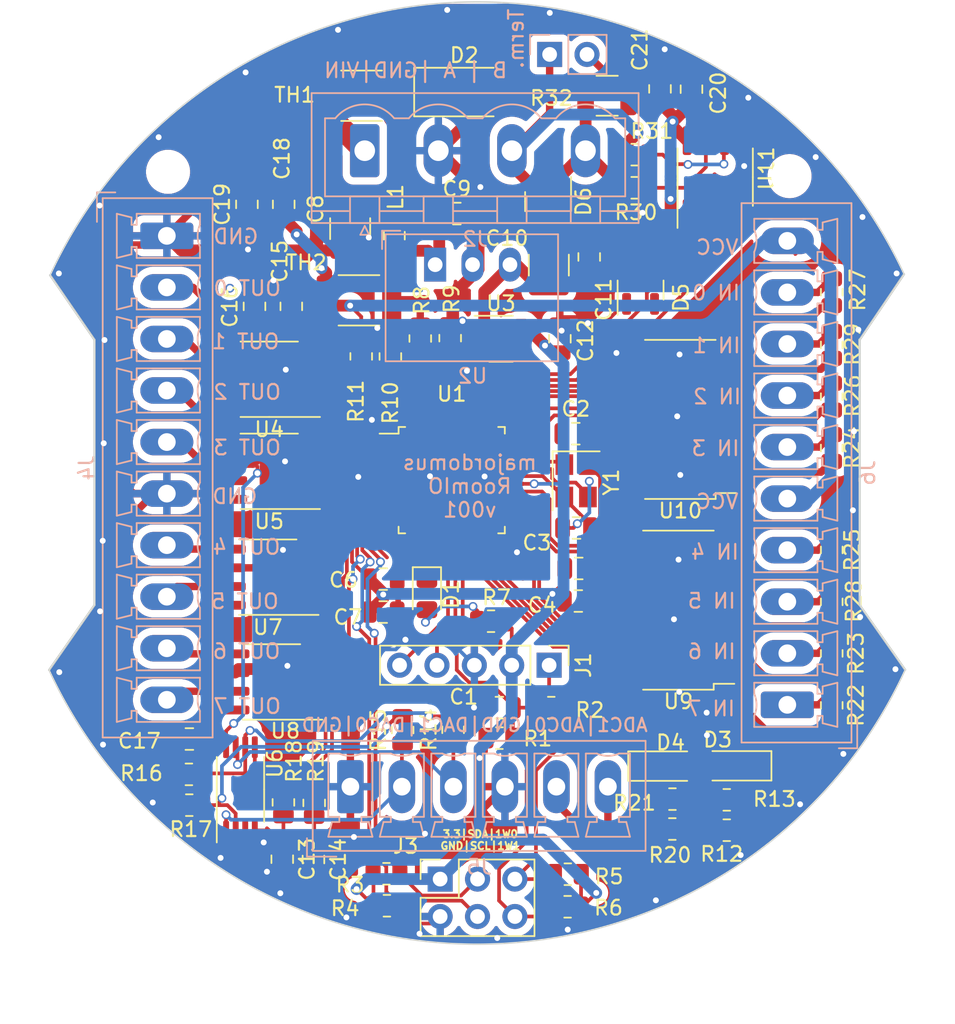
<source format=kicad_pcb>
(kicad_pcb (version 20221018) (generator pcbnew)
  (layers (0 "F.Cu" signal) (31 "B.Cu" signal) (34 "B.Paste" user) (35 "F.Paste" user) (36 "B.SilkS" user "B.Silkscreen") (37 "F.SilkS" user "F.Silkscreen") (38 "B.Mask" user) (39 "F.Mask" user) (44 "Edge.Cuts" user))
  (net 0 "")
  (net 1 "LED_WORK")
  (net 2 "Net-(U1-RA6)")
  (net 3 "Net-(U1-RA7)")
  (net 4 "GND")
  (net 5 "/Digital IO/ADC0_MCU")
  (net 6 "/Digital IO/ADC1_MCU")
  (net 7 "Net-(D2-K)")
  (net 8 "/MCU_PIC18/RS485_TX")
  (net 9 "Net-(U2-IN)")
  (net 10 "ICSPDAT")
  (net 11 "ICSPCLK")
  (net 12 "Net-(JP1-Pad2)")
  (net 13 "Net-(U6B-+)")
  (net 14 "/Connectors/RS485-B")
  (net 15 "/Connectors/RS485-A")
  (net 16 "Net-(U6A-+)")
  (net 17 "Net-(D1-A)")
  (net 18 "Net-(J1-Pin_1)")
  (net 19 "/Connectors/DIN_4")
  (net 20 "/Connectors/DIN_5")
  (net 21 "/Connectors/DIN_6")
  (net 22 "/Connectors/DIN_7")
  (net 23 "/Connectors/DOUT_4")
  (net 24 "/Connectors/DOUT_5")
  (net 25 "/Connectors/DOUT_6")
  (net 26 "/Connectors/I2C_SDA")
  (net 27 "/Connectors/I2C_SCL")
  (net 28 "/Connectors/DOUT_7")
  (net 29 "MCLR")
  (net 30 "/Connectors/DAC_0")
  (net 31 "/Connectors/VIN")
  (net 32 "/Connectors/DAC_1")
  (net 33 "Net-(U6B--)")
  (net 34 "+12V")
  (net 35 "/Connectors/DIN_3")
  (net 36 "/Connectors/DIN_2")
  (net 37 "Net-(D5-K)")
  (net 38 "/Connectors/DIN_1")
  (net 39 "/Connectors/DIN_0")
  (net 40 "/Connectors/DOUT_0")
  (net 41 "/Connectors/DOUT_1")
  (net 42 "/Connectors/DOUT_2")
  (net 43 "/Connectors/DOUT_3")
  (net 44 "/Connectors/ONE_WIRE_0")
  (net 45 "/Connectors/ONE_WIRE_1")
  (net 46 "/Connectors/ADC_0")
  (net 47 "Net-(U6A--)")
  (net 48 "/Digital IO/GPIO_DOUT_0")
  (net 49 "/Digital IO/GPIO_DOUT_3")
  (net 50 "+5V")
  (net 51 "/Digital IO/GPIO_DOUT_1")
  (net 52 "+3.3V")
  (net 53 "/Digital IO/GPIO_DOUT_2")
  (net 54 "/Digital IO/GPIO_DIN_3")
  (net 55 "/MCU_PIC18/RS485_TX_ENABLE")
  (net 56 "/MCU_PIC18/RS485_RX")
  (net 57 "/Digital IO/GPIO_DIN_2")
  (net 58 "/Digital IO/PWM0_MCU")
  (net 59 "/Digital IO/PWM1_MCU")
  (net 60 "/Digital IO/GPIO_DIN_1")
  (net 61 "/Digital IO/GPIO_DIN_0")
  (net 63 "unconnected-(U1-RF4-Pad12)")
  (net 65 "unconnected-(U1-RC0-Pad34)")
  (net 66 "/MCU_PIC18/ADC_V_IN")
  (net 67 "/MCU_PIC18/ADC_V_IN_IO")
  (net 68 "Net-(R23-Pad2)")
  (net 69 "/Connectors/ADC_1")
  (net 70 "Net-(R26-Pad2)")
  (net 71 "Net-(R27-Pad2)")
  (net 72 "Net-(R28-Pad2)")
  (net 73 "Net-(R29-Pad2)")
  (net 74 "Net-(R22-Pad2)")
  (net 75 "Net-(R24-Pad2)")
  (net 76 "unconnected-(U1-RB4-Pad16)")
  (net 77 "unconnected-(U1-RB3-Pad11)")
  (net 80 "unconnected-(U1-RF7-Pad15)")
  (net 82 "/Digital IO/GPIO_DIN_4")
  (net 83 "/Digital IO/GPIO_DIN_5")
  (net 84 "/Digital IO/GPIO_DIN_6")
  (net 85 "/Digital IO/GPIO_DIN_7")
  (net 86 "/Digital IO/GPIO_DOUT_5")
  (net 87 "/Digital IO/GPIO_DOUT_4")
  (net 88 "/Digital IO/GPIO_DOUT_7")
  (net 89 "/Digital IO/GPIO_DOUT_6")
  (net 90 "Net-(R25-Pad2)")
  (net 91 "Net-(U11-B)")
  (net 92 "Net-(U11-A)")
  (footprint "Package_SO:SOP-16_4.4x10.4mm_P1.27mm" (layer "F.Cu") (at 163.1308 106.392 180)
    (fp_text reference "U9")
    (fp_text value "LTV-247")
  )
  (footprint "Package_SO:SOIC-8_3.9x4.9mm_P1.27mm" (layer "F.Cu") (at 165.6308 76.992 90)
    (fp_text reference "U11")
    (fp_text value "SN75176BDR")
  )
  (footprint "Resistor_SMD:R_0805_2012Metric" (layer "F.Cu") (at 147.622 87.9245 90)
    (fp_text reference "R9")
    (fp_text value "1k")
  )
  (footprint "Resistor_SMD:R_0805_2012Metric" (layer "F.Cu") (at 136.2908 119.4445 90)
    (fp_text reference "R18")
    (fp_text value "10k")
  )
  (footprint "Package_SO:SOIC-8_3.9x4.9mm_P1.27mm" (layer "F.Cu") (at 135.3258 96.967 180)
    (fp_text reference "U5")
    (fp_text value "IX4427N")
  )
  (footprint "Capacitor_SMD:C_0805_2012Metric" (layer "F.Cu") (at 164.0208 71.022 90)
    (fp_text reference "C20")
    (fp_text value "100nF")
  )
  (footprint "Diode_SMD:D_SOD-123" (layer "F.Cu") (at 167.0933 116.962 180)
    (fp_text reference "D3")
    (fp_text value "MMSZ4684-E3-08")
  )
  (footprint "Capacitor_SMD:C_0805_2012Metric" (layer "F.Cu") (at 138.3308 123.322 -90)
    (fp_text reference "C14")
    (fp_text value "1uF")
  )
  (footprint "Capacitor_SMD:C_0805_2012Metric" (layer "F.Cu") (at 143.0708 104.282)
    (fp_text reference "C6")
    (fp_text value "100nF")
  )
  (footprint "Connector_PinSocket_2.54mm:PinSocket_2x03_P2.54mm_Vertical" (layer "F.Cu") (at 146.9408 124.652 90)
    (fp_text reference "J3")
    (fp_text value "Conn_02x03_Odd_Even")
  )
  (footprint "Resistor_SMD:R_0805_2012Metric" (layer "F.Cu") (at 143.3233 126.462 180)
    (fp_text reference "R4")
    (fp_text value "4k7")
  )
  (footprint "Resistor_SMD:R_0805_2012Metric" (layer "F.Cu") (at 150.9683 115.082)
    (fp_text reference "R1")
    (fp_text value "10k")
  )
  (footprint "Capacitor_SMD:C_0805_2012Metric" (layer "F.Cu") (at 136.2108 123.302 -90)
    (fp_text reference "C13")
    (fp_text value "1uF")
  )
  (footprint "Package_TO_SOT_SMD:SOT-23" (layer "F.Cu") (at 154.2758 78.6545 -90)
    (fp_text reference "D6")
    (fp_text value "D_TVS_x2_AAC")
  )
  (footprint "MountingHole:MountingHole_2.5mm" (layer "F.Cu") (at 128.4508 76.632)
    (fp_text reference " ")
    (fp_text value "MountingHole_2.5mm")
  )
  (footprint "Package_TO_SOT_SMD:SOT-23" (layer "F.Cu") (at 160.5608 84.662 90)
    (fp_text reference "D5")
    (fp_text value "BAS70")
  )
  (footprint "MountingHole:MountingHole_2.5mm" (layer "F.Cu") (at 170.6852 76.9252)
    (fp_text reference " ")
    (fp_text value "MountingHole_2.5mm")
  )
  (footprint "Diode_SMD:D_SOD-123" (layer "F.Cu") (at 162.0808 116.982)
    (fp_text reference "D4")
    (fp_text value "MMSZ4684-E3-08")
  )
  (footprint "Capacitor_SMD:C_0805_2012Metric" (layer "F.Cu") (at 157.0708 82.4116 90)
    (fp_text reference "C11")
    (fp_text value "1uF")
  )
  (footprint "Resistor_SMD:R_0805_2012Metric" (layer "F.Cu") (at 166.4183 121.332 180)
    (fp_text reference "R12")
    (fp_text value "10k")
  )
  (footprint "Capacitor_SMD:C_0805_2012Metric" (layer "F.Cu") (at 156.3308 105.772)
    (fp_text reference "C4")
    (fp_text value "1uF")
  )
  (footprint "Inductor_SMD:L_0805_2012Metric_Pad1.15x1.40mm_HandSolder" (layer "F.Cu") (at 143.8258 80.967 90)
    (fp_text reference "L1")
    (fp_text value "3.9 uH")
  )
  (footprint "Capacitor_SMD:C_0805_2012Metric" (layer "F.Cu") (at 156.3608 103.562)
    (fp_text reference "C5" hide)
    (fp_text value "100nF")
  )
  (footprint "Resistor_SMD:R_0805_2012Metric" (layer "F.Cu") (at 143.2933 124.292 180)
    (fp_text reference "R3")
    (fp_text value "4k7")
  )
  (footprint "Capacitor_SMD:C_0805_2012Metric" (layer "F.Cu") (at 136.8258 85.767 90)
    (fp_text reference "C15")
    (fp_text value "1uF")
  )
  (footprint "Resistor_SMD:R_0805_2012Metric" (layer "F.Cu") (at 129.8683 117.542 180)
    (fp_text reference "R16")
    (fp_text value "3k3")
  )
  (footprint "Resistor_SMD:R_0805_2012Metric" (layer "F.Cu") (at 173.5508 102.3045 -90)
    (fp_text reference "R25")
    (fp_text value "1k5")
  )
  (footprint "Package_SO:TSSOP-8_4.4x3mm_P0.65mm" (layer "F.Cu") (at 133.3708 118.562 90)
    (fp_text reference "U6")
    (fp_text value "LM358")
  )
  (footprint "Resistor_SMD:R_0805_2012Metric" (layer "F.Cu") (at 173.5508 84.8045 -90)
    (fp_text reference "R27")
    (fp_text value "1k5")
  )
  (footprint "Resistor_SMD:R_0805_2012Metric" (layer "F.Cu") (at 138.3808 119.4795 90)
    (fp_text reference "R19")
    (fp_text value "10k")
  )
  (footprint "Resistor_SMD:R_0805_2012Metric" (layer "F.Cu") (at 129.8933 119.632 180)
    (fp_text reference "R17")
    (fp_text value "3k3")
  )
  (footprint "Resistor_SMD:R_0805_2012Metric" (layer "F.Cu") (at 141.5768 89.1645 -90)
    (fp_text reference "R11")
    (fp_text value "10k")
  )
  (footprint "Package_SO:SOP-16_4.4x10.4mm_P1.27mm" (layer "F.Cu") (at 163.2608 93.442 180)
    (fp_text reference "U10")
    (fp_text value "LTV-247")
  )
  (footprint "Resistor_SMD:R_0805_2012Metric" (layer "F.Cu") (at 173.5508 88.3845 -90)
    (fp_text reference "R29")
    (fp_text value "1k5")
  )
  (footprint "Diode_SMD:D_SMA" (layer "F.Cu") (at 148.5758 71.217)
    (fp_text reference "D2")
    (fp_text value "SMAJ28")
  )
  (footprint "Crystal:Crystal_SMD_SeikoEpson_FA238-4Pin_3.2x2.5mm" (layer "F.Cu") (at 156.1808 97.612 -90)
    (fp_text reference "Y1")
    (fp_text value "Crystal_GND24")
  )
  (footprint "Resistor_SMD:R_0805_2012Metric" (layer "F.Cu") (at 173.5508 95.3845 -90)
    (fp_text reference "R24")
    (fp_text value "1k5")
  )
  (footprint "Package_SO:SOIC-8_3.9x4.9mm_P1.27mm" (layer "F.Cu") (at 135.4808 111.266 180)
    (fp_text reference "U8")
    (fp_text value "IX4427N")
  )
  (footprint "Resistor_SMD:R_0805_2012Metric" (layer "F.Cu") (at 155.6033 126.532 180)
    (fp_text reference "R6")
    (fp_text value "4k7")
  )
  (footprint "Resistor_SMD:R_0805_2012Metric" (layer "F.Cu") (at 173.5508 91.8995 -90)
    (fp_text reference "R26")
    (fp_text value "1k5")
  )
  (footprint "Resistor_SMD:R_0805_2012Metric" (layer "F.Cu") (at 166.4183 119.272 180)
    (fp_text reference "R13")
    (fp_text value "1k")
  )
  (footprint "Capacitor_SMD:C_0805_2012Metric" (layer "F.Cu") (at 156.2108 100.812)
    (fp_text reference "C3")
    (fp_text value "18pF")
  )
  (footprint "Resistor_SMD:R_1210_3225Metric" (layer "F.Cu") (at 158.2883 71.467 180)
    (fp_text reference "R32")
    (fp_text value "120R")
  )
  (footprint "Resistor_SMD:R_0805_2012Metric" (layer "F.Cu") (at 150.3983 107.142 180)
    (fp_text reference "R7")
    (fp_text value "1k5")
  )
  (footprint "Resistor_SMD:R_0805_2012Metric" (layer "F.Cu") (at 155.6183 124.322 180)
    (fp_text reference "R5")
    (fp_text value "4k7")
  )
  (footprint "Resistor_SMD:R_0805_2012Metric" (layer "F.Cu") (at 147.8208 114.5145 90)
    (fp_text reference "R14")
    (fp_text value "6k8")
  )
  (footprint "Fuse:Fuse_1812_4532Metric_Pad1.30x3.40mm_HandSolder" (layer "F.Cu") (at 141.6008 71.467 180)
    (fp_text reference "TH1")
    (fp_text value "ECE SL075-33 ")
  )
  (footprint "Capacitor_SMD:C_1210_3225Metric" (layer "F.Cu") (at 154.3258 82.967 90)
    (fp_text reference "C10")
    (fp_text value "10uF")
  )
  (footprint "Resistor_SMD:R_0805_2012Metric" (layer "F.Cu") (at 173.5508 105.8295 -90)
    (fp_text reference "R28")
    (fp_text value "1k5")
  )
  (footprint "Resistor_SMD:R_0805_2012Metric" (layer "F.Cu") (at 143.558 89.168 -90)
    (fp_text reference "R10")
    (fp_text value "1k")
  )
  (footprint "Capacitor_SMD:C_0805_2012Metric" (layer "F.Cu") (at 161.8808 71.002 90)
    (fp_text reference "C21")
    (fp_text value "1uF")
  )
  (footprint "Capacitor_SMD:C_0805_2012Metric" (layer "F.Cu") (at 155.0758 87.967 90)
    (fp_text reference "C12")
    (fp_text value "1uF")
  )
  (footprint "Resistor_SMD:R_0805_2012Metric" (layer "F.Cu") (at 145.59 87.9488 -90)
    (fp_text reference "R8")
    (fp_text value "10k")
  )
  (footprint "Package_SO:SOIC-8_3.9x4.9mm_P1.27mm" (layer "F.Cu") (at 135.2268 104.154 180)
    (fp_text reference "U7")
    (fp_text value "IX4427N")
  )
  (footprint "Capacitor_SMD:C_1210_3225Metric" (layer "F.Cu") (at 140.8258 80.492 -90)
    (fp_text reference "C8")
    (fp_text value "10uF")
  )
  (footprint "Capacitor_SMD:C_0805_2012Metric" (layer "F.Cu") (at 143.0708 106.522)
    (fp_text reference "C7")
    (fp_text value "1uF")
  )
  (footprint "Capacitor_SMD:C_0805_2012Metric" (layer "F.Cu") (at 136.3108 78.842 90)
    (fp_text reference "C18")
    (fp_text value "1uF")
  )
  (footprint "Resistor_SMD:R_0805_2012Metric" (layer "F.Cu") (at 154.4933 113.012)
    (fp_text reference "R2")
    (fp_text value "100R")
  )
  (footprint "Connector_PinHeader_2.54mm:PinHeader_1x05_P2.54mm_Vertical" (layer "F.Cu") (at 154.3458 110.132 -90)
    (fp_text reference "J1")
    (fp_text value "CONN_DEBUG")
  )
  (footprint "Resistor_SMD:R_0805_2012Metric" (layer "F.Cu") (at 173.5508 109.3295 -90)
    (fp_text reference "R23")
    (fp_text value "1k5")
  )
  (footprint "Capacitor_SMD:C_0805_2012Metric" (layer "F.Cu") (at 133.8108 78.842 90)
    (fp_text reference "C19")
    (fp_text value "100nF")
  )
  (footprint "Resistor_SMD:R_0805_2012Metric" (layer "F.Cu") (at 162.7183 121.252 180)
    (fp_text reference "R20")
    (fp_text value "10k")
  )
  (footprint "Resistor_SMD:R_0805_2012Metric" (layer "F.Cu") (at 160.1633 77.717)
    (fp_text reference "R30")
    (fp_text value "10R")
  )
  (footprint "Capacitor_SMD:C_0805_2012Metric" (layer "F.Cu") (at 134.3258 85.767 90)
    (fp_text reference "C16")
    (fp_text value "100nF")
  )
  (footprint "LED_SMD:LED_0805_2012Metric_Pad1.15x1.40mm_HandSolder" (layer "F.Cu") (at 146.0408 105.337 -90)
    (fp_text reference "D1")
    (fp_text value "LED")
  )
  (footprint "Resistor_SMD:R_0805_2012Metric" (layer "F.Cu") (at 173.5508 112.8545 -90)
    (fp_text reference "R22")
    (fp_text value "1k5")
  )
  (footprint "Capacitor_SMD:C_0805_2012Metric" (layer "F.Cu") (at 148.0758 79.467)
    (fp_text reference "C9")
    (fp_text value "1uF")
  )
  (footprint "Resistor_SMD:R_0805_2012Metric" (layer "F.Cu") (at 144.3908 114.5295 90)
    (fp_text reference "R15")
    (fp_text value "6k8")
  )
  (footprint "Package_TO_SOT_SMD:SOT-23-5" (layer "F.Cu") (at 151.0758 87.967)
    (fp_text reference "U3")
    (fp_text value "TLV70233DBVR")
  )
  (footprint "Capacitor_SMD:C_0805_2012Metric" (layer "F.Cu") (at 156.1608 94.412)
    (fp_text reference "C2")
    (fp_text value "18pF")
  )
  (footprint "Resistor_SMD:R_0805_2012Metric" (layer "F.Cu") (at 160.1633 75.467)
    (fp_text reference "R31")
    (fp_text value "10R")
  )
  (footprint "Resistor_SMD:R_0805_2012Metric" (layer "F.Cu") (at 162.7258 119.222)
    (fp_text reference "R21")
    (fp_text value "1k")
  )
  (footprint "Capacitor_SMD:C_0805_2012Metric" (layer "F.Cu") (at 129.9008 115.142 180)
    (fp_text reference "C17")
    (fp_text value "100nF")
  )
  (footprint "Fuse:Fuse_1812_4532Metric_Pad1.30x3.40mm_HandSolder" (layer "F.Cu") (at 141.4244 85.358)
    (fp_text reference "TH2")
    (fp_text value "MF-MSMF050-2")
  )
  (footprint "Package_SO:SOIC-8_3.9x4.9mm_P1.27mm" (layer "F.Cu") (at 135.3258 90.717 180)
    (fp_text reference "U4")
    (fp_text value "IX4427N")
  )
  (footprint "Package_QFP:TQFP-48_7x7mm_P0.5mm" (layer "F.Cu") (at 147.7258 97.567)
    (fp_text reference "U1")
    (fp_text value "PIC18F57K42" hide)
  )
  (footprint "Capacitor_SMD:C_0805_2012Metric" (layer "F.Cu") (at 150.9658 113.012 180)
    (fp_text reference "C1")
    (fp_text value "100nF")
  )
  (footprint "Connector_Phoenix_MC:PhoenixContact_MCV_1,5_10-G-3.5_1x10_P3.50mm_Vertical" (layer "B.Cu") (at 128.3688 80.98 -90)
    (fp_text reference "J4")
    (fp_text value "Conn_01x10")
  )
  (footprint "Connector_Phoenix_MSTB:PhoenixContact_MSTBVA_2,5_4-G_1x04_P5.00mm_Vertical" (layer "B.Cu") (at 141.8168 75.198)
    (fp_text reference "J2")
    (fp_text value "Conn_01x04")
  )
  (footprint "Connector_Phoenix_MC:PhoenixContact_MCV_1,5_10-G-3.5_1x10_P3.50mm_Vertical" (layer "B.Cu") (at 170.5328 112.82 90)
    (fp_text reference "J6")
    (fp_text value "Conn_01x10")
  )
  (footprint "Connector_PinHeader_2.54mm:PinHeader_1x02_P2.54mm_Vertical" (layer "B.Cu") (at 154.3808 68.662 -90)
    (fp_text reference "Term.")
    (fp_text value "Jumper")
  )
  (footprint "Converter_DCDC:Converter_DCDC_RECOM_R-78E-0.5_THT" (layer "B.Cu") (at 146.6038 82.9345)
    (fp_text reference "U2")
    (fp_text value "R-78E5-0.5")
  )
  (footprint "Connector_Phoenix_MC:PhoenixContact_MCV_1,5_6-G-3.5_1x06_P3.50mm_Vertical" (layer "B.Cu") (at 140.8408 118.378)
    (fp_text reference "J5")
    (fp_text value "Conn_01x06")
  )
  (gr_line (start 123.4508 106.042) (end 123.4508 88.042) (stroke (width 0.15)) (layer "Edge.Cuts"))
  (gr_line (start 175.4508 88.042) (end 178.468125 83.585313) (stroke (width 0.15)) (layer "Edge.Cuts"))
  (gr_line (start 175.4508 106.042) (end 175.4508 88.042) (stroke (width 0.15)) (layer "Edge.Cuts"))
  (gr_arc (start 120.435333 83.65598) (mid 149.429173 65.097058) (end 178.468125 83.585313) (stroke (width 0.1)) (layer "Edge.Cuts"))
  (gr_arc (start 178.543838 110.438793) (mid 149.460205 129.071343) (end 120.365635 110.455877) (stroke (width 0.1)) (layer "Edge.Cuts"))
  (gr_line (start 123.4508 88.042) (end 120.435333 83.65598) (stroke (width 0.15)) (layer "Edge.Cuts"))
  (gr_line (start 175.4508 106.042) (end 178.543838 110.438793) (stroke (width 0.15)) (layer "Edge.Cuts"))
  (gr_line (start 123.4508 106.042) (end 120.365635 110.455877) (stroke (width 0.15)) (layer "Edge.Cuts"))
  (gr_text "OUT 1" (at 136.1008 88.742) (layer "B.SilkS") (effects (font (size 1 1)) (justify left bottom mirror)))
  (gr_text "IN 3" (at 167.3708 95.992) (layer "B.SilkS") (effects (font (size 1 1)) (justify left bottom mirror)))
  (gr_text "IN 5" (at 167.1108 106.352) (layer "B.SilkS") (effects (font (size 1 1)) (justify left bottom mirror)))
  (gr_text "IN 2" (at 167.4808 92.482) (layer "B.SilkS") (effects (font (size 1 1)) (justify left bottom mirror)))
  (gr_text "B | A |GND|VIN" (at 151.5908 70.332) (layer "B.SilkS") (effects (font (size 1 1)) (justify left bottom mirror)))
  (gr_text "VCC" (at 167.3008 99.602) (layer "B.SilkS") (effects (font (size 1 1)) (justify left bottom mirror)))
  (gr_text "OUT 0" (at 136.2108 85.122) (layer "B.SilkS") (effects (font (size 1 1)) (justify left bottom mirror)))
  (gr_text "OUT 4" (at 136.1708 102.692) (layer "B.SilkS") (effects (font (size 1 1)) (justify left bottom mirror)))
  (gr_text "IN 4" (at 167.3308 103.032) (layer "B.SilkS") (effects (font (size 1 1)) (justify left bottom mirror)))
  (gr_text "VCC" (at 167.3008 82.342) (layer "B.SilkS") (effects (font (size 1 1)) (justify left bottom mirror)))
  (gr_text "IN 1" (at 167.4408 89.012) (layer "B.SilkS") (effects (font (size 1 1)) (justify left bottom mirror)))
  (gr_text "OUT 5" (at 136.0608 106.382) (layer "B.SilkS") (effects (font (size 1 1)) (justify left bottom mirror)))
  (gr_text "IN 6" (at 167.1108 109.782) (layer "B.SilkS") (effects (font (size 1 1)) (justify left bottom mirror)))
  (gr_text "OUT 7" (at 136.2108 113.502) (layer "B.SilkS") (effects (font (size 1 1)) (justify left bottom mirror)))
  (gr_text "ADC1|ADC0|GND|DAC1|DAC0|GND" (at 161.1308 114.722) (layer "B.SilkS") (effects (font (size 0.9 0.9)) (justify left bottom mirror)))
  (gr_text "OUT 3" (at 136.2108 95.942) (layer "B.SilkS") (effects (font (size 1 1)) (justify left bottom mirror)))
  (gr_text "GND" (at 134.6108 99.252) (layer "B.SilkS") (effects (font (size 1 1)) (justify left bottom mirror)))
  (gr_text "OUT 2" (at 136.2108 92.172) (layer "B.SilkS") (effects (font (size 1 1)) (justify left bottom mirror)))
  (gr_text "IN 0" (at 167.4108 85.432) (layer "B.SilkS") (effects (font (size 1 1)) (justify left bottom mirror)))
  (gr_text "OUT 6" (at 136.1708 109.772) (layer "B.SilkS") (effects (font (size 1 1)) (justify left bottom mirror)))
  (gr_text "IN 7" (at 167.0708 113.662) (layer "B.SilkS") (effects (font (size 1 1)) (justify left bottom mirror)))
  (gr_text "GND" (at 134.6808 81.612) (layer "B.SilkS") (effects (font (size 1 1)) (justify left bottom mirror)))
  (gr_text "majordomus\nRoomIO\nv001\n" (at 148.9508 100.172) (layer "B.SilkS") (effects (font (size 1 1)) (justify bottom mirror)))
  (gr_text "3.3|SDA|1W0\nGND|SCL|1W1" (at 149.6708 122.692) (layer "F.SilkS") (effects (font (size 0.5 0.5) (thickness 0.125)) (justify bottom)))
  (via (at 132.6508 84.532) (size 0.6) (drill 0.4) (layers "F.Cu" "B.Cu") (net 0))
  (segment (start 146.0408 104.312) (end 146.9758 103.377) (width 0.25) (layer "F.Cu") (net 1))
  (segment (start 146.9758 103.377) (end 146.9758 101.7295) (width 0.25) (layer "F.Cu") (net 1))
  (segment (start 151.8883 96.317) (end 155.1858 96.317) (width 0.25) (layer "F.Cu") (net 2))
  (segment (start 155.1858 96.317) (end 155.3808 96.512) (width 0.25) (layer "F.Cu") (net 2))
  (segment (start 155.2108 96.342) (end 155.3808 96.512) (width 0.25) (layer "F.Cu") (net 2))
  (segment (start 155.2108 94.412) (end 155.2108 96.342) (width 0.25) (layer "F.Cu") (net 2))
  (segment (start 156.148337 97.729537) (end 156.9808 98.562) (width 0.25) (layer "F.Cu") (net 3))
  (segment (start 157.0808 97.642) (end 157.0808 98.612) (width 0.25) (layer "F.Cu") (net 3))
  (segment (start 154.5558 96.817) (end 154.5558 97.437) (width 0.25) (layer "F.Cu") (net 3))
  (segment (start 156.0508 100.7325) (end 156.2613 100.522) (width 0.25) (layer "F.Cu") (net 3))
  (segment (start 154.5558 97.437) (end 154.848337 97.729537) (width 0.25) (layer "F.Cu") (net 3))
  (segment (start 151.8883 96.817) (end 154.5558 96.817) (width 0.25) (layer "F.Cu") (net 3))
  (segment (start 156.0008 100.812) (end 156.0508 100.762) (width 0.25) (layer "F.Cu") (net 3))
  (segment (start 156.0508 100.762) (end 156.0508 100.7325) (width 0.25) (layer "F.Cu") (net 3))
  (segment (start 156.9808 99.092) (end 156.9808 98.712) (width 0.25) (layer "F.Cu") (net 3))
  (segment (start 156.9808 98.562) (end 156.9808 98.712) (width 0.25) (layer "F.Cu") (net 3))
  (segment (start 154.848337 97.729537) (end 156.148337 97.729537) (width 0.25) (layer "F.Cu") (net 3))
  (segment (start 157.0808 98.612) (end 156.9808 98.712) (width 0.25) (layer "F.Cu") (net 3))
  (segment (start 155.2608 100.812) (end 156.0008 100.812) (width 0.25) (layer "F.Cu") (net 3))
  (via (at 156.2613 100.522) (size 0.6) (drill 0.4) (layers "F.Cu" "B.Cu") (net 3))
  (via (at 157.0808 97.642) (size 0.6) (drill 0.4) (layers "F.Cu" "B.Cu") (net 3))
  (segment (start 156.3308 100.522) (end 157.0808 99.772) (width 0.25) (layer "B.Cu") (net 3))
  (segment (start 156.2613 100.522) (end 156.3308 100.522) (width 0.25) (layer "B.Cu") (net 3))
  (segment (start 157.0808 99.772) (end 157.0808 97.642) (width 0.25) (layer "B.Cu") (net 3))
  (segment (start 137.46647 103.519) (end 137.7018 103.519) (width 0.25) (layer "F.Cu") (net 4))
  (segment (start 137.56547 96.332) (end 137.8008 96.332) (width 0.25) (layer "F.Cu") (net 4))
  (segment (start 166.2808 101.942) (end 164.9208 101.942) (width 0.5) (layer "F.Cu") (net 4))
  (segment (start 158.5408 107.032) (end 157.2808 105.772) (width 0.25) (layer "F.Cu") (net 4))
  (segment (start 166.4108 96.612) (end 165.0308 96.612) (width 0.5) (layer "F.Cu") (net 4))
  (segment (start 161.0108 94.732) (end 160.3608 94.082) (width 0.25) (layer "F.Cu") (net 4))
  (segment (start 125.4808 114.072) (end 126.5808 115.172) (width 0.5) (layer "F.Cu") (net 4))
  (segment (start 165.2608 88.992) (end 166.4108 88.992) (width 0.5) (layer "F.Cu") (net 4))
  (segment (start 147.872 86.762) (end 147.622 87.012) (width 0.25) (layer "F.Cu") (net 4))
  (segment (start 146.4658 127.667) (end 142.218263 127.667) (width 0.25) (layer "F.Cu") (net 4))
  (segment (start 160.1108 96.612) (end 160.3608 96.612) (width 0.25) (layer "F.Cu") (net 4))
  (segment (start 133.8158 81.967) (end 129.3558 81.967) (width 0.8) (layer "F.Cu") (net 4))
  (segment (start 127.7468 81.602) (end 128.3688 80.98) (width 0.5) (layer "F.Cu") (net 4))
  (segment (start 135.1708 124.152) (end 136.1108 124.152) (width 0.25) (layer "F.Cu") (net 4))
  (segment (start 167.6008 76.242) (end 167.6008 74.582) (width 0.5) (layer "F.Cu") (net 4))
  (segment (start 154.3258 81.492) (end 152.9608 81.492) (width 0.5) (layer "F.Cu") (net 4))
  (segment (start 164.9608 104.482) (end 164.9208 104.442) (width 0.5) (layer "F.Cu") (net 4))
  (segment (start 154.3258 81.492) (end 154.3258 79.642) (width 0.5) (layer "F.Cu") (net 4))
  (segment (start 148.4608 86.762) (end 147.872 86.762) (width 0.25) (layer "F.Cu") (net 4))
  (segment (start 134.3458 121.4245) (end 134.3458 121.557) (width 0.25) (layer "F.Cu") (net 4))
  (segment (start 143.558 88.1192) (end 142.6708 87.232) (width 0.25) (layer "F.Cu") (net 4))
  (segment (start 159.9808 107.032) (end 160.2308 107.032) (width 0.25) (layer "F.Cu") (net 4))
  (segment (start 161.0908 107.892) (end 160.2308 107.032) (width 0.25) (layer "F.Cu") (net 4))
  (segment (start 147.8258 84.967) (end 149.5508 83.242) (width 0.8) (layer "F.Cu") (net 4))
  (segment (start 164.9808 107.182) (end 165.1308 107.032) (width 0.5) (layer "F.Cu") (net 4))
  (segment (start 136.2308 124.272) (end 136.2108 124.252) (width 0.25) (layer "F.Cu") (net 4))
  (segment (start 134.3458 121.557) (end 134.9508 122.162) (width 0.25) (layer "F.Cu") (net 4))
  (segment (start 160.2308 104.482) (end 160.8808 103.832) (width 0.25) (layer "F.Cu") (net 4))
  (segment (start 166.4108 88.992) (end 160.1108 88.992) (width 0.5) (layer "F.Cu") (net 4))
  (segment (start 159.9808 107.032) (end 158.5408 107.032) (width 0.25) (layer "F.Cu") (net 4))
  (segment (start 138.3308 124.272) (end 138.6008 124.272) (width 0.25) (layer "F.Cu") (net 4))
  (segment (start 137.46647 103.519) (end 136.5018 104.48367) (width 0.25) (layer "F.Cu") (net 4))
  (segment (start 160.8808 102.592) (end 160.2308 101.942) (width 0.25) (layer "F.Cu") (net 4))
  (segment (start 165.0008 70.072) (end 164.0208 70.072) (width 0.25) (layer "F.Cu") (net 4))
  (segment (start 145.9108 121.572) (end 148.1468 121.572) (width 0.5) (layer "F.Cu") (net 4))
  (segment (start 165.4433 116.962) (end 163.7508 116.962) (width 0.5) (layer "F.Cu") (net 4))
  (segment (start 150.0058 113.002) (end 150.0158 113.012) (width 0.25) (layer "F.Cu") (net 4))
  (segment (start 164.9208 94.072) (end 164.9208 91.642) (width 0.5) (layer "F.Cu") (net 4))
  (segment (start 161.0108 90.882) (end 161.0108 89.642) (width 0.25) (layer "F.Cu") (net 4))
  (segment (start 160.2308 107.032) (end 160.8808 106.382) (width 0.25) (layer "F.Cu") (net 4))
  (segment (start 136.5608 110.172) (end 136.5608 110.212) (width 0.25) (layer "F.Cu") (net 4))
  (segment (start 155.0758 86.492) (end 155.0758 87.297) (width 0.25) (layer "F.Cu") (net 4))
  (segment (start 137.56547 96.332) (end 136.2008 97.69667) (width 0.25) (layer "F.Cu") (net 4))
  (segment (start 160.2308 101.942) (end 159.9808 101.942) (width 0.25) (layer "F.Cu") (net 4))
  (segment (start 131.4568 77.892) (end 133.8108 77.892) (width 0.5) (layer "F.Cu") (net 4))
  (segment (start 136.5608 110.212) (end 136.9798 110.631) (width 0.25) (layer "F.Cu") (net 4))
  (segment (start 140.8408 121.552) (end 141.0808 121.792) (width 0.5) (layer "F.Cu") (net 4))
  (segment (start 158.9208 88.932) (end 160.0508 88.932) (width 0.25) (layer "F.Cu") (net 4))
  (segment (start 149.9608 97.317) (end 151.8883 97.317) (width 0.25) (layer "F.Cu") (net 4))
  (segment (start 165.0308 96.612) (end 164.9208 96.722) (width 0.5) (layer "F.Cu") (net 4))
  (segment (start 137.56547 90.082) (end 136.5758 91.07167) (width 0.25) (layer "F.Cu") (net 4))
  (segment (start 136.5758 91.07167) (end 136.5758 95.34233) (width 0.25) (layer "F.Cu") (net 4))
  (segment (start 140.493263 125.942) (end 140.0008 125.942) (width 0.25) (layer "F.Cu") (net 4))
  (segment (start 144.0208 104.282) (end 144.0208 106.522) (width 0.25) (layer "F.Cu") (net 4))
  (segment (start 164.9308 94.082) (end 164.9208 94.072) (width 0.5) (layer "F.Cu") (net 4))
  (segment (start 148.1468 121.572) (end 151.3408 118.378) (width 0.5) (layer "F.Cu") (net 4))
  (segment (start 161.0908 109.562) (end 161.0908 107.892) (width 0.25) (layer "F.Cu") (net 4))
  (segment (start 140.8258 81.967) (end 133.9458 81.967) (width 0.8) (layer "F.Cu") (net 4))
  (segment (start 155.0758 86.492) (end 156.5608 86.492) (width 0.25) (layer "F.Cu") (net 4))
  (segment (start 133.8108 77.892) (end 136.3108 77.892) (width 0.25) (layer "F.Cu") (net 4))
  (segment (start 159.7308 79.412) (end 160.6908 79.412) (width 0.5) (layer "F.Cu") (net 4))
  (segment (start 164.0008 70.052) (end 164.0208 70.072) (width 0.25) (layer "F.Cu") (net 4))
  (segment (start 149.9383 87.967) (end 148.8408 87.967) (width 0.5) (layer "F.Cu") (net 4))
  (segment (start 156.9808 96.512) (end 157.8058 97.337) (width 0.25) (layer "F.Cu") (net 4))
  (segment (start 166.4108 91.532) (end 165.0308 91.532) (width 0.5) (layer "F.Cu") (net 4))
  (segment (start 165.1308 107.032) (end 166.2808 107.032) (width 0.5) (layer "F.Cu") (net 4))
  (segment (start 137.8008 90.082) (end 137.56547 90.082) (width 0.25) (layer "F.Cu") (net 4))
  (segment (start 136.5018 104.48367) (end 136.5018 110.153) (width 0.25) (layer "F.Cu") (net 4))
  (segment (start 159.9808 101.942) (end 158.8508 100.812) (width 0.25) (layer "F.Cu") (net 4))
  (segment (start 159.9808 109.562) (end 161.0908 109.562) (width 0.25) (layer "F.Cu") (net 4))
  (segment (start 141.405214 97.317) (end 141.377348 97.344866) (width 0.25) (layer "F.Cu") (net 4))
  (segment (start 149.5508 77.932) (end 146.8168 75.198) (width 0.8) (layer "F.Cu") (net 4))
  (segment (start 147.8258 86.8082) (end 147.8258 84.967) (width 0.8) (layer "F.Cu") (net 4))
  (segment (start 136.2008 97.69667) (end 136.2008 102.25333) (width 0.25) (layer "F.Cu") (net 4))
  (segment (start 163.7308 116.982) (end 163.7308 119.1295) (width 0.5) (layer "F.Cu") (net 4))
  (segment (start 154.3258 79.642) (end 154.2758 79.592) (width 0.5) (layer "F.Cu") (net 4))
  (segment (start 165.4558 119.222) (end 165.5058 119.272) (width 0.5) (layer "F.Cu") (net 4))
  (segment (start 161.4908 92.952) (end 161.4908 92.722) (width 0.25) (layer "F.Cu") (net 4))
  (segment (start 143.5633 97.317) (end 141.405214 97.317) (width 0.25) (layer "F.Cu") (net 4))
  (segment (start 157.0708 81.4616) (end 157.6812 81.4616) (width 0.5) (layer "F.Cu") (net 4))
  (segment (start 141.2158 81.967) (end 142.0908 81.092) (width 0.8) (layer "F.Cu") (net 4))
  (segment (start 164.9208 96.722) (end 164.9208 94.072) (width 0.5) (layer "F.Cu") (net 4))
  (segment (start 148.8408 87.967) (end 148.8408 90.062) (width 0.5) (layer "F.Cu") (net 4))
  (segment (start 137.8008 96.332) (end 136.4408 96.332) (width 0.25) (layer "F.Cu") (net 4))
  (segment (start 154.3258 81.492) (end 157.0404 81.492) (width 0.5) (layer "F.Cu") (net 4))
  (segment (start 144.0208 106.522) (end 144.0208 107.842) (width 0.25) (layer "F.Cu") (net 4))
  (segment (start 136.24947 102.302) (end 136.2608 102.302) (width 0.25) (layer "F.Cu") (net 4))
  (segment (start 125.3408 97.712) (end 125.3408 81.602) (width 0.5) (layer "F.Cu") (net 4))
  (segment (start 163.7508 116.962) (end 163.7308 116.982) (width 0.5) (layer "F.Cu") (net 4))
  (segment (start 144.0208 107.842) (end 144.5808 108.402) (width 0.25) (layer "F.Cu") (net 4))
  (segment (start 159.9808 104.482) (end 160.2308 104.482) (width 0.25) (layer "F.Cu") (net 4))
  (segment (start 136.8258 84.817) (end 136.8258 83.467) (width 0.8) (layer "F.Cu") (net 4))
  (segment (start 128.3688 80.98) (end 131.4568 77.892) (width 0.5) (layer "F.Cu") (net 4))
  (segment (start 148.8408 87.967) (end 148.577 87.967) (width 0.5) (layer "F.Cu") (net 4))
  (segment (start 167.5358 72.607) (end 165.0008 70.072) (width 0.25) (layer "F.Cu") (net 4))
  (segment (start 138.3258 81.967) (end 140.8258 81.967) (width 0.8) (layer "F.Cu") (net 4))
  (segment (start 151.8883 97.317) (end 151.9133 97.292) (width 0.25) (layer "F.Cu") (net 4))
  (segment (start 136.2608 102.31333) (end 137.46647 103.519) (width 0.25) (layer "F.Cu") (net 4))
  (segment (start 146.2508 97.302) (end 146.2658 97.317) (width 0.25) (layer "F.Cu") (net 4))
  (segment (start 160.8808 105.132) (end 160.2308 104.482) (width 0.25) (layer "F.Cu") (net 4))
  (segment (start 140.8408 118.378) (end 140.8408 121.552) (width 0.5) (layer "F.Cu") (net 4))
  (segment (start 127.4928 98.48) (end 125.4808 100.492) (width 0.5) (layer "F.Cu") (net 4))
  (segment (start 149.5508 77.792) (end 149.6758 77.667) (width 0.25) (layer "F.Cu") (net 4))
  (segment (start 136.2608 102.302) (end 136.2608 102.31333) (width 0.25) (layer "F.Cu") (net 4))
  (segment (start 157.6812 81.4616) (end 159.7308 79.412) (width 0.5) (layer "F.Cu") (net 4))
  (segment (start 156.9808 94.542) (end 157.1108 94.412) (width 0.25) (layer "F.Cu") (net 4))
  (segment (start 164.9808 113.282) (end 165.0508 113.352) (width 0.5) (layer "F.Cu") (net 4))
  (segment (start 136.5018 110.153) (end 136.5208 110.172) (width 0.25) (layer "F.Cu") (net 4))
  (segment (start 165.0708 116.5895) (end 165.4433 116.962) (width 0.5) (layer "F.Cu") (net 4))
  (segment (start 160.9908 97.272) (end 160.9908 100.932) (width 0.25) (layer "F.Cu") (net 4))
  (segment (start 155.0758 87.297) (end 155.1958 87.417) (width 0.25) (layer "F.Cu") (net 4))
  (segment (start 147.622 87.012) (end 147.8258 86.8082) (width 0.8) (layer "F.Cu") (net 4))
  (segment (start 125.3408 81.602) (end 127.7468 81.602) (width 0.5) (layer "F.Cu") (net 4))
  (segment (start 143.558 88.2555) (end 143.558 88.1192) (width 0.25) (layer "F.Cu") (net 4))
  (segment (start 128.9508 115.142) (end 128.9508 119.602) (width 0.25) (layer "F.Cu") (net 4))
  (segment (start 165.5058 117.0245) (end 165.4433 116.962) (width 0.5) (layer "F.Cu") (net 4))
  (segment (start 126.1088 98.48) (end 125.3408 97.712) (width 0.5) (layer "F.Cu") (net 4))
  (segment (start 157.8058 100.167) (end 157.1608 100.812) (width 0.25) (layer "F.Cu") (net 4))
  (segment (start 164.9208 89.332) (end 165.2608 88.992) (width 0.5) (layer "F.Cu") (net 4))
  (segment (start 167.5358 74.517) (end 167.5358 72.607) (width 0.25) (layer "F.Cu") (net 4))
  (segment (start 135.7108 84.817) (end 136.8258 84.817) (width 0.5) (layer "F.Cu") (net 4))
  (segment (start 160.9908 100.932) (end 159.9808 101.942) (width 0.25) (layer "F.Cu") (net 4))
  (segment (start 160.3008 91.532) (end 160.1108 91.532) (width 0.25) (layer "F.Cu") (net 4))
  (segment (start 164.9208 101.942) (end 164.9208 96.722) (width 0.5) (layer "F.Cu") (net 4))
  (segment (start 148.8408 90.062) (end 148.7608 90.142) (width 0.5) (layer "F.Cu") (net 4))
  (segment (start 160.1108 94.082) (end 160.3608 94.082) (width 0.25) (layer "F.Cu") (net 4))
  (segment (start 125.4808 100.492) (end 125.4808 114.072) (width 0.5) (layer "F.Cu") (net 4))
  (segment (start 160.1108 91.532) (end 160.3608 91.532) (width 0.25) (layer "F.Cu") (net 4))
  (segment (start 143.5633 97.317) (end 146.2358 97.317) (width 0.25) (layer "F.Cu") (net 4))
  (segment (start 157.0404 81.492) (end 157.0708 81.4616) (width 0.5) (layer "F.Cu") (net 4))
  (segment (start 161.0108 95.962) (end 161.0108 94.732) (width 0.25) (layer "F.Cu") (net 4))
  (segment (start 140.8408 118.378) (end 140.8408 117.602) (width 0.5) (layer "F.Cu") (net 4))
  (segment (start 157.1608 100.592) (end 157.1608 100.812) (width 0.25) (layer "F.Cu") (net 4))
  (segment (start 136.7433 84.7345) (end 136.8258 84.817) (width 0.8) (layer "F.Cu") (net 4))
  (segment (start 146.2358 97.317) (end 146.2508 97.302) (width 0.25) (layer "F.Cu") (net 4))
  (segment (start 150.9358 79.467) (end 149.5508 79.467) (width 0.5) (layer "F.Cu") (net 4))
  (segment (start 166.2808 109.562) (end 164.9808 109.562) (width 0.5) (layer "F.Cu") (net 4))
  (segment (start 136.1108 124.152) (end 136.2108 124.252) (width 0.25) (layer "F.Cu") (net 4))
  (segment (start 160.8808 103.832) (end 160.8808 102.592) (width 0.25) (layer "F.Cu") (net 4))
  (segment (start 129.3558 81.967) (end 128.3688 80.98) (width 0.8) (layer "F.Cu") (net 4))
  (segment (start 157.8058 97.337) (end 157.8058 100.167) (width 0.25) (layer "F.Cu") (net 4))
  (segment (start 133.8808 81.902) (end 133.8158 81.967) (width 0.8) (layer "F.Cu") (net 4))
  (segment (start 135.6108 84.717) (end 135.7108 84.817) (width 0.25) (layer "F.Cu") (net 4))
  (segment (start 166.4108 94.082) (end 164.9308 94.082) (width 0.5) (layer "F.Cu") (net 4))
  (segment (start 161.8808 70.052) (end 164.0008 70.052) (width 0.25) (layer "F.Cu") (net 4))
  (segment (start 149.4188 82.7595) (end 149.3683 82.7595) (width 0.8) (layer "F.Cu") (net 4))
  (segment (start 149.5508 81.722) (end 149.5508 79.467) (width 0.8) (layer "F.Cu") (net 4))
  (segment (start 157.2808 103.592) (end 157.3108 103.562) (width 0.25) (layer "F.Cu") (net 4))
  (segment (start 134.3258 84.817) (end 135.7108 84.817) (width 0.5) (layer "F.Cu") (net 4))
  (segment (start 138.3308 124.272) (end 136.2308 124.272) (width 0.25) (layer "F.Cu") (net 4))
  (segment (start 152.9608 81.492) (end 150.9358 79.467) (width 0.5) (layer "F.Cu") (net 4))
  (segment (start 135.6108 84.002) (end 135.6108 84.717) (width 0.25) (layer "F.Cu") (net 4))
  (segment (start 164.9208 107.122) (end 164.9208 104.442) (width 0.5) (layer "F.Cu") (net 4))
  (segment (start 160.3308 96.612) (end 160.9908 97.272) (width 0.25) (layer "F.Cu") (net 4))
  (segment (start 155.335826 98.712) (end 155.3808 98.712) (width 0.25) (layer "F.Cu") (net 4))
  (segment (start 133.9458 81.967) (end 133.8808 81.902) (width 0.8) (layer "F.Cu") (net 4))
  (segment (start 165.0308 91.532) (end 164.9208 91.642) (width 0.5) (layer "F.Cu") (net 4))
  (segment (start 136.9798 110.631) (end 137.9558 110.631) (width 0.25) (layer "F.Cu") (net 4))
  (segment (start 160.3608 88.992) (end 160.1108 88.992) (width 0.25) (layer "F.Cu") (net 4))
  (segment (start 163.6383 119.222) (end 165.4558 119.222) (width 0.5) (layer "F.Cu") (net 4))
  (segment (start 136.4408 96.332) (end 136.4008 96.292) (width 0.25) (layer "F.Cu") (net 4))
  (segment (start 160.0508 88.932) (end 160.1108 88.992) (width 0.25) (layer "F.Cu") (net 4))
  (segment (start 165.5058 119.272) (end 165.5058 117.0245) (width 0.5) (layer "F.Cu") (net 4))
  (segment (start 149.5508 81.722) (end 149.5508 77.932) (width 0.8) (layer "F.Cu") (net 4))
  (segment (start 142.218263 127.667) (end 140.493263 125.942) (width 0.25) (layer "F.Cu") (net 4))
  (segment (start 165.0708 114.882) (end 165.0708 116.5895) (width 0.5) (layer "F.Cu") (net 4))
  (segment (start 154.1508 79.467) (end 154.2758 79.592) (width 0.25) (layer "F.Cu") (net 4))
  (segment (start 128.3688 98.48) (end 127.4928 98.48) (width 0.5) (layer "F.Cu") (net 4))
  (segment (start 164.9208 104.442) (end 164.9208 101.942) (width 0.5) (layer "F.Cu") (net 4))
  (segment (start 136.5758 95.34233) (end 137.56547 96.332) (width 0.25) (layer "F.Cu") (net 4))
  (segment (start 149.5508 83.242) (end 149.5508 81.722) (width 0.8) (layer "F.Cu") (net 4))
  (segment (start 160.3608 94.082) (end 161.4908 92.952) (width 0.25) (layer "F.Cu") (net 4))
  (segment (start 164.9208 91.642) (end 164.9208 89.332) (width 0.5) (layer "F.Cu") (net 4))
  (segment (start 146.9408 127.192) (end 146.4658 127.667) (width 0.25) (layer "F.Cu") (net 4))
  (segment (start 160.3608 91.532) (end 161.0108 90.882) (width 0.25) (layer "F.Cu") (net 4))
  (segment (start 140.8258 81.967) (end 141.2158 81.967) (width 0.8) (layer "F.Cu") (net 4))
  (segment (start 137.8008 90.082) (end 136.4658 90.082) (width 0.25) (layer "F.Cu") (net 4))
  (segment (start 167.6008 74.582) (end 167.5358 74.517) (width 0.5) (layer "F.Cu") (net 4))
  (segment (start 128.9508 119.602) (end 128.9808 119.632) (width 0.25) (layer "F.Cu") (net 4))
  (segment (start 161.4908 92.722) (end 160.3008 91.532) (width 0.25) (layer "F.Cu") (net 4))
  (segment (start 136.8258 83.467) (end 138.3258 81.967) (width 0.8) (layer "F.Cu") (net 4))
  (segment (start 161.0108 89.642) (end 160.3608 88.992) (width 0.25) (layer "F.Cu") (net 4))
  (segment (start 158.8508 100.812) (end 157.1608 100.812) (width 0.25) (layer "F.Cu") (net 4))
  (segment (start 136.4658 90.082) (end 136.4508 90.067) (width 0.25) (layer "F.Cu") (net 4))
  (segment (start 155.3808 98.712) (end 155.3808 98.812) (width 0.25) (layer "F.Cu") (net 4))
  (segment (start 156.9808 96.512) (end 156.9808 94.542) (width 0.25) (layer "F.Cu") (net 4))
  (segment (start 126.5808 115.172) (end 128.9208 115.172) (width 0.5) (layer "F.Cu") (net 4))
  (segment (start 149.2408 113.002) (end 150.0058 113.002) (width 0.25) (layer "F.Cu") (net 4))
  (segment (start 155.3808 98.812) (end 157.1608 100.592) (width 0.25) (layer "F.Cu") (net 4))
  (segment (start 156.5608 86.492) (end 156.9808 86.912) (width 0.25) (layer "F.Cu") (net 4))
  (segment (start 128.3688 98.48) (end 126.1088 98.48) (width 0.5) (layer "F.Cu") (net 4))
  (segment (start 153.915825 97.292) (end 155.335826 98.712) (width 0.25) (layer "F.Cu") (net 4))
  (segment (start 164.9808 107.182) (end 164.9208 107.122) (width 0.5) (layer "F.Cu") (net 4))
  (segment (start 140.0008 125.942) (end 138.3308 124.272) (width 0.25) (layer "F.Cu") (net 4))
  (segment (start 164.9808 109.562) (end 164.9808 107.182) (width 0.5) (layer "F.Cu") (net 4))
  (segment (start 149.5508 79.467) (end 149.5508 77.792) (width 0.25) (layer "F.Cu") (net 4))
  (segment (start 136.5208 110.172) (end 136.5608 110.172) (width 0.25) (layer "F.Cu") (net 4))
  (segment (start 160.8808 106.382) (end 160.8808 105.132) (width 0.25) (layer "F.Cu") (net 4))
  (segment (start 150.5758 71.4945) (end 146.8258 75.2445) (width 0.8) (layer "F.Cu") (net 4))
  (segment (start 151.9133 97.292) (end 153.915825 97.292) (width 0.25) (layer "F.Cu") (net 4))
  (segment (start 160.3608 96.612) (end 161.0108 95.962) (width 0.25) (layer "F.Cu") (net 4))
  (segment (start 164.9808 109.562) (end 164.9808 113.282) (width 0.5) (layer "F.Cu") (net 4))
  (segment (start 150.5758 71.217) (end 150.5758 71.4945) (width 0.8) (layer "F.Cu") (net 4))
  (segment (start 148.577 87.967) (end 147.622 87.012) (width 0.5) (layer "F.Cu") (net 4))
  (segment (start 128.9208 115.172) (end 128.9508 115.142) (width 0.5) (layer "F.Cu") (net 4))
  (segment (start 163.7308 119.1295) (end 163.6383 119.222) (width 0.5) (layer "F.Cu") (net 4))
  (segment (start 157.2808 105.772) (end 157.2808 103.592) (width 0.25) (layer "F.Cu") (net 4))
  (segment (start 138.6008 124.272) (end 141.0808 121.792) (width 0.25) (layer "F.Cu") (net 4))
  (segment (start 146.2658 97.317) (end 149.9608 97.317) (width 0.25) (layer "F.Cu") (net 4))
  (segment (start 166.2808 104.482) (end 164.9608 104.482) (width 0.5) (layer "F.Cu") (net 4))
  (segment (start 160.1108 96.612) (end 160.3308 96.612) (width 0.25) (layer "F.Cu") (net 4))
  (segment (start 136.2008 102.25333) (end 136.24947 102.302) (width 0.25) (layer "F.Cu") (net 4))
  (via (at 136.5608 110.172) (size 0.6) (drill 0.4) (layers "F.Cu" "B.Cu") (net 4))
  (via (at 152.1608 102.462) (size 0.6) (drill 0.4) (layers "F.Cu" "B.Cu") (net 4))
  (via (at 146.2508 97.302) (size 0.6) (drill 0.4) (layers "F.Cu" "B.Cu") (net 4))
  (via (at 142.6708 87.232) (size 0.6) (drill 0.4) (layers "F.Cu" "B.Cu") (net 4))
  (via (at 136.2608 102.302) (size 0.6) (drill 0.4) (layers "F.Cu" "B.Cu") (net 4))
  (via (at 150.8208 128.652) (size 0.6) (drill 0.4) (layers "F.Cu" "B.Cu") (net 4))
  (via (at 167.3608 123.022) (size 0.6) (drill 0.4) (layers "F.Cu" "B.Cu") (net 4))
  (via (at 175.0608 94.252) (size 0.6) (drill 0.4) (layers "F.Cu" "B.Cu") (net 4))
  (via (at 171.4008 119.572) (size 0.6) (drill 0.4) (layers "F.Cu" "B.Cu") (net 4))
  (via (at 127.8108 74.282) (size 0.6) (drill 0.4) (layers "F.Cu" "B.Cu") (net 4))
  (via (at 124.0808 95.062) (size 0.6) (drill 0.4) (layers "F.Cu" "B.Cu") (net 4))
  (via (at 135.1708 124.152) (size 0.6) (drill 0.4) (layers "F.Cu" "B.Cu") (net 4))
  (via (at 121.0608 110.602) (size 0.6) (drill 0.4) (layers "F.Cu" "B.Cu") (net 4))
  (via (at 162.2008 68.312) (size 0.6) (drill 0.4) (layers "F.Cu" "B.Cu") (net 4))
  (via (at 136.4008 96.292) (size 0.6) (drill 0.4) (layers "F.Cu" "B.Cu") (net 4))
  (via (at 175.3608 87.352) (size 0.6) (drill 0.4) (layers "F.Cu" "B.Cu") (net 4))
  (via (at 140.5708 127.252) (size 0.6) (drill 0.4) (layers "F.Cu" "B.Cu") (net 4))
  (via (at 156.9808 86.912) (size 0.6) (drill 0.4) (layers "F.Cu" "B.Cu") (net 4))
  (via (at 124.0308 115.522) (size 0.6) (drill 0.4) (layers "F.Cu" "B.Cu") (net 4))
  (via (at 163.2108 89.032) (size 0.6) (drill 0.4) (layers "F.Cu" "B.Cu") (net 4))
  (via (at 123.8308 106.472) (size 0.6) (drill 0.4) (layers "F.Cu" "B.Cu") (net 4))
  (via (at 163.0508 93.232) (size 0.6) (drill 0.4) (layers "F.Cu" "B.Cu") (net 4))
  (via (at 141.0808 121.792) (size 0.6) (drill 0.4) (layers "F.Cu" "B.Cu") (net 4))
  (via (at 174.9908 99.612) (size 0.6) (drill 0.4) (layers "F.Cu" "B.Cu") (net 4))
  (via (at 160.6908 79.412) (size 0.6) (drill 0.4) (layers "F.Cu" "B.Cu") (net 4))
  (via (at 167.8808 71.602) (size 0.6) (drill 0.4) (layers "F.Cu" "B.Cu") (net 4))
  (via (at 165.0508 113.352) (size 0.6) (drill 0.4) (layers "F.Cu" "B.Cu") (net 4))
  (via (at 175.4808 106.852) (size 0.6) (drill 0.4) (layers "F.Cu" "B.Cu") (net 4))
  (via (at 177.8808 110.402) (size 0.6) (drill 0.4) (layers "F.Cu" "B.Cu") (net 4))
  (via (at 148.7608 90.142) (size 0.6) (drill 0.4) (layers "F.Cu" "B.Cu") (net 4))
  (via (at 167.6008 76.242) (size 0.6) (drill 0.4) (layers "F.Cu" "B.Cu") (net 4))
  (via (at 141.377348 97.344866) (size 0.6) (drill 0.4) (layers "F.Cu" "B.Cu") (net 4))
  (via (at 149.6758 77.667) (size 0.6) (drill 0.4) (layers "F.Cu" "B.Cu") (net 4))
  (via (at 133.8808 81.902) (size 0.6) (drill 0.4) (layers "F.Cu" "B.Cu") (net 4))
  (via (at 174.3408 116.152) (size 0.6) (drill 0.4) (layers "F.Cu" "B.Cu") (net 4))
  (via (at 123.8008 78.922) (size 0.6) (drill 0.4) (layers "F.Cu" "B.Cu") (net 4))
  (via (at 163.1908 111.942) (size 0.6) (drill 0.4) (layers "F.Cu" "B.Cu") (net 4))
  (via (at 136.0808 125.612) (size 0.6) (drill 0.4) (layers "F.Cu" "B.Cu") (net 4))
  (via (at 161.6008 126.092) (size 0.6) (drill 0.4) (layers "F.Cu" "B.Cu") (net 4))
  (via (at 154.3908 65.842) (size 0.6) (drill 0.4) (layers "F.Cu" "B.Cu") (net 4))
  (via (at 155.6108 128.082) (size 0.6) (drill 0.4) (layers "F.Cu" "B.Cu") (net 4))
  (via (at 127.4108 119.452) (size 0.6) (drill 0.4) (layers "F.Cu" "B.Cu") (net 4))
  (via (at 145.9108 121.572) (size 0.6) (drill 0.4) (layers "F.Cu" "B.Cu") (net 4))
  (via (at 133.7208 69.882) (size 0.6) (drill 0.4) (layers "F.Cu" "B.Cu") (net 4))
  (via (at 163.2608 97.212) (size 0.6) (drill 0.4) (layers "F.Cu" "B.Cu") (net 4))
  (via (at 136.4508 90.067) (size 0.6) (drill 0.4) (layers "F.Cu" "B.Cu") (net 4))
  (via (at 175.6408 79.702) (size 0.6) (drill 0.4) (layers "F.Cu" "B.Cu") (net 4))
  (via (at 162.8308 107.012) (size 0.6) (drill 0.4) (layers "F.Cu" "B.Cu") (net 4))
  (via (at 142.3008 93.472) (size 0.6) (drill 0.4) (layers "F.Cu" "B.Cu") (net 4))
  (via (at 135.6108 84.002) (size 0.6) (drill 0.4) (layers "F.Cu" "B.Cu") (net 4))
  (via (at 121.0308 83.532) (size 0.6) (drill 0.4) (layers "F.Cu" "B.Cu") (net 4))
  (via (at 158.9208 88.932) (size 0.6) (drill 0.4) (layers "F.Cu" "B.Cu") (net 4))
  (via (at 147.4208 65.642) (size 0.6) (drill 0.4) (layers "F.Cu" "B.Cu") (net 4))
  (via (at 155.1958 87.417) (size 0.6) (drill 0.4) (layers "F.Cu" "B.Cu") (net 4))
  (via (at 132.0208 123.212) (size 0.6) (drill 0.4) (layers "F.Cu" "B.Cu") (net 4))
  (via (at 163.1408 102.962) (size 0.6) (drill 0.4) (layers "F.Cu" "B.Cu") (net 4))
  (via (at 144.5808 108.402) (size 0.6) (drill 0.4) (layers "F.Cu" "B.Cu") (net 4))
  (via (at 165.0708 114.882) (size 0.6) (drill 0.4) (layers "F.Cu" "B.Cu") (net 4))
  (via (at 124.0108 101.682) (size 0.6) (drill 0.4) (layers "F.Cu" "B.Cu") (net 4))
  (via (at 149.2408 113.002) (size 0.6) (drill 0.4) (layers "F.Cu" "B.Cu") (net 4))
  (via (at 142.0908 81.092) (size 0.6) (drill 0.4) (layers "F.Cu" "B.Cu") (net 4))
  (via (at 149.9608 97.317) (size 0.6) (drill 0.4) (layers "F.Cu" "B.Cu") (net 4))
  (via (at 177.9608 83.532) (size 0.6) (drill 0.4) (layers "F.Cu" "B.Cu") (net 4))
  (via (at 140.0008 66.992) (size 0.6) (drill 0.4) (layers "F.Cu" "B.Cu") (net 4))
  (via (at 148.4608 86.762) (size 0.6) (drill 0.4) (layers "F.Cu" "B.Cu") (net 4))
  (via (at 144.5808 108.402) (size 0.6) (drill 0.4) (layers "F.Cu" "B.Cu") (net 4))
  (via (at 124.1308 88.052) (size 0.6) (drill 0.4) (layers "F.Cu" "B.Cu") (net 4))
  (via (at 172.4608 75.632) (size 0.6) (drill 0.4) (layers "F.Cu" "B.Cu") (net 4))
  (via (at 134.9508 122.162) (size 0.6) (drill 0.4) (layers "F.Cu" "B.Cu") (net 4))
  (via (at 145.5408 128.362) (size 0.6) (drill 0.4) (layers "F.Cu" "B.Cu") (net 4))
  (segment (start 147.5358 108.402) (end 149.2658 110.132) (width 0.25) (layer "B.Cu") (net 4))
  (segment (start 165.0508 113.352) (end 165.0508 114.862) (width 0.5) (layer "B.Cu") (net 4))
  (segment (start 164.4308 79.412) (end 167.6008 76.242) (width 0.5) (layer "B.Cu") (net 4))
  (segment (start 143.9258 109.057) (end 144.5808 108.402) (width 0.25) (layer "B.Cu") (net 4))
  (segment (start 149.2658 112.977) (end 149.2408 113.002) (width 0.25) (layer "B.Cu") (net 4))
  (segment (start 148.5908 80.412) (end 149.1438 80.965) (width 0.8) (layer "B.Cu") (net 4))
  (segment (start 136.4508 89.202) (end 138.3508 89.202) (width 0.25) (layer "B.Cu") (net 4))
  (segment (start 148.7608 90.142) (end 148.7608 96.117) (width 0.5) (layer "B.Cu") (net 4))
  (segment (start 142.7708 80.412) (end 148.5908 80.412) (width 0.8) (layer "B.Cu") (net 4))
  (segment (start 136.4508 90.067) (end 136.4508 89.202) (width 0.25) (layer "B.Cu") (net 4))
  (segment (start 137.453666 97.344866) (end 136.4008 96.292) (width 0.25) (layer "B.Cu") (net 4))
  (segment (start 136.4508 84.842) (end 135.6108 84.002) (width 0.25) (layer "B.Cu") (net 4))
  (segment (start 140.3208 87.232) (end 142.6708 87.232) (width 0.25) (layer "B.Cu") (net 4))
  (segment (start 141.377348 97.344866) (end 137.453666 97.344866) (width 0.25) (layer "B.Cu") (net 4))
  (segment (start 137.6758 109.057) (end 143.9258 109.057) (width 0.25) (layer "B.Cu") (net 4))
  (segment (start 134.9508 122.162) (end 134.9508 123.932) (width 0.25) (layer "B.Cu") (net 4))
  (segment (start 148.7608 96.117) (end 149.9608 97.317) (width 0.5) (layer "B.Cu") (net 4))
  (segment (start 145.6908 121.792) (end 145.9108 121.572) (width 0.5) (layer "B.Cu") (net 4))
  (segment (start 156.9808 86.912) (end 156.9808 86.992) (width 0.25) (layer "B.Cu") (net 4))
  (segment (start 142.0908 81.092) (end 142.7708 80.412) (width 0.8) (layer "B.Cu") (net 4))
  (segment (start 144.5808 108.402) (end 147.5358 108.402) (width 0.25) (layer "B.Cu") (net 4))
  (segment (start 136.5608 110.172) (end 137.6758 109.057) (width 0.25) (layer "B.Cu") (net 4))
  (segment (start 165.0508 114.862) (end 165.0708 114.882) (width 0.5) (layer "B.Cu") (net 4))
  (segment (start 149.2658 110.132) (end 149.2658 112.977) (width 0.25) (layer "B.Cu") (net 4))
  (segment (start 149.1438 80.965) (end 149.1438 82.9345) (width 0.8) (layer "B.Cu") (net 4))
  (segment (start 141.0808 121.792) (end 145.6908 121.792) (width 0.5) (layer "B.Cu") (net 4))
  (segment (start 142.6708 87.232) (end 143.1008 86.802) (width 0.25) (layer "B.Cu") (net 4))
  (segment (start 138.3508 89.202) (end 140.3208 87.232) (width 0.25) (layer "B.Cu") (net 4))
  (segment (start 160.6908 79.412) (end 164.4308 79.412) (width 0.5) (layer "B.Cu") (net 4))
  (segment (start 136.4508 89.202) (end 136.4508 84.842) (width 0.25) (layer "B.Cu") (net 4))
  (segment (start 156.9808 86.992) (end 158.9208 88.932) (width 0.25) (layer "B.Cu") (net 4))
  (segment (start 148.4208 86.802) (end 148.4608 86.762) (width 0.25) (layer "B.Cu") (net 4))
  (segment (start 134.9508 123.932) (end 135.1708 124.152) (width 0.25) (layer "B.Cu") (net 4))
  (segment (start 143.1008 86.802) (end 148.4208 86.802) (width 0.25) (layer "B.Cu") (net 4))
  (segment (start 167.3308 119.272) (end 167.3308 118.3745) (width 0.5) (layer "F.Cu") (net 5))
  (segment (start 157.790852 107.832) (end 158.5108 108.551948) (width 0.25) (layer "F.Cu") (net 5))
  (segment (start 158.5108 108.551948) (end 158.5108 110.872) (width 0.25) (layer "F.Cu") (net 5))
  (segment (start 150.4758 103.256948) (end 155.050852 107.832) (width 0.25) (layer "F.Cu") (net 5))
  (segment (start 165.8533 114.072) (end 168.7433 116.962) (width 0.25) (layer "F.Cu") (net 5))
  (segment (start 165.5058 121.097) (end 167.3308 119.272) (width 0.5) (layer "F.Cu") (net 5))
  (segment (start 155.050852 107.832) (end 157.790852 107.832) (width 0.25) (layer "F.Cu") (net 5))
  (segment (start 161.7108 114.072) (end 165.8533 114.072) (width 0.25) (layer "F.Cu") (net 5))
  (segment (start 158.5108 110.872) (end 161.7108 114.072) (width 0.25) (layer "F.Cu") (net 5))
  (segment (start 150.4758 101.7295) (end 150.4758 103.256948) (width 0.25) (layer "F.Cu") (net 5))
  (segment (start 165.5058 121.332) (end 165.5058 121.097) (width 0.5) (layer "F.Cu") (net 5))
  (segment (start 167.3308 118.3745) (end 168.7433 116.962) (width 0.5) (layer "F.Cu") (net 5))
  (segment (start 149.9758 103.251922) (end 149.9758 101.7295) (width 0.25) (layer "F.Cu") (net 6))
  (segment (start 154.905878 108.182) (end 149.9758 103.251922) (width 0.25) (layer "F.Cu") (net 6))
  (segment (start 161.8058 119.2295) (end 161.8133 119.222) (width 0.5) (layer "F.Cu") (net 6))
  (segment (start 158.1608 108.922) (end 157.4208 108.182) (width 0.25) (layer "F.Cu") (net 6))
  (segment (start 158.1608 111.016974) (end 158.1608 108.922) (width 0.25) (layer "F.Cu") (net 6))
  (segment (start 160.4308 113.286974) (end 158.1608 111.016974) (width 0.25) (layer "F.Cu") (net 6))
  (segment (start 160.4308 116.982) (end 160.4308 113.286974) (width 0.25) (layer "F.Cu") (net 6))
  (segment (start 161.8133 119.222) (end 161.8133 118.3645) (width 0.5) (layer "F.Cu") (net 6))
  (segment (start 161.8058 121.252) (end 161.8058 119.2295) (width 0.5) (layer "F.Cu") (net 6))
  (segment (start 161.8133 118.3645) (end 160.4308 116.982) (width 0.5) (layer "F.Cu") (net 6))
  (segment (start 157.4208 108.182) (end 154.905878 108.182) (width 0.25) (layer "F.Cu") (net 6))
  (segment (start 143.8258 71.467) (end 143.8258 72.867) (width 1.5) (layer "F.Cu") (net 7))
  (segment (start 142.9658 79.357) (end 143.2408 79.357) (width 0.8) (layer "F.Cu") (net 7))
  (segment (start 144.3758 73.417) (end 144.3758 77.947) (width 1.5) (layer "F.Cu") (net 7))
  (segment (start 141.1658 79.357) (end 140.8258 79.017) (width 0.8) (layer "F.Cu") (net 7))
  (segment (start 142.9658 79.357) (end 141.1658 79.357) (width 0.8) (layer "F.Cu") (net 7))
  (segment (start 143.8258 72.867) (end 144.3758 73.417) (width 1.5) (layer "F.Cu") (net 7))
  (segment (start 144.3758 77.947) (end 142.9658 79.357) (width 1.5) (layer "F.Cu") (net 7))
  (segment (start 146.3258 71.467) (end 146.5758 71.217) (width 1.5) (layer "F.Cu") (net 7))
  (segment (start 144.3758 77.947) (end 143.3058 79.017) (width 1.5) (layer "F.Cu") (net 7))
  (segment (start 143.8258 71.467) (end 146.3258 71.467) (width 1.5) (layer "F.Cu") (net 7))
  (segment (start 143.3058 79.017) (end 140.8258 79.017) (width 1.5) (layer "F.Cu") (net 7))
  (segment (start 143.2408 79.357) (end 143.8258 79.942) (width 0.8) (layer "F.Cu") (net 7))
  (segment (start 156.8258 88.217) (end 159.4433 85.5995) (width 0.25) (layer "F.Cu") (net 8))
  (segment (start 149.8258 90.367) (end 155.797551 90.367) (width 0.25) (layer "F.Cu") (net 8))
  (segment (start 156.8258 89.338751) (end 156.8258 88.217) (width 0.25) (layer "F.Cu") (net 8))
  (segment (start 159.4433 85.5995) (end 159.6108 85.5995) (width 0.25) (layer "F.Cu") (net 8))
  (segment (start 155.797551 90.367) (end 156.8258 89.338751) (width 0.25) (layer "F.Cu") (net 8))
  (segment (start 148.4758 91.717) (end 149.8258 90.367) (width 0.25) (layer "F.Cu") (net 8))
  (segment (start 148.4758 93.4045) (end 148.4758 91.717) (width 0.25) (layer "F.Cu") (net 8))
  (segment (start 145.5008 85.467) (end 145.5758 85.392) (width 0.8) (layer "F.Cu") (net 9))
  (segment (start 146.8788 79.745) (end 146.6008 79.467) (width 0.8) (layer "F.Cu") (net 9))
  (segment (start 146.8788 82.7595) (end 146.8788 79.745) (width 0.8) (layer "F.Cu") (net 9))
  (segment (start 146.1113 81.992) (end 146.8788 82.7595) (width 0.8) (layer "F.Cu") (net 9))
  (segment (start 143.7584 85.467) (end 145.7508 85.467) (width 0.8) (layer "F.Cu") (net 9))
  (segment (start 143.8258 81.992) (end 146.1113 81.992) (width 0.8) (layer "F.Cu") (net 9))
  (segment (start 143.6494 85.358) (end 143.7584 85.467) (width 0.8) (layer "F.Cu") (net 9))
  (segment (start 145.7508 85.467) (end 145.8258 85.392) (width 0.8) (layer "F.Cu") (net 9))
  (segment (start 145.59 87.0363) (end 145.59 85.6278) (width 0.5) (layer "F.Cu") (net 9))
  (segment (start 143.8258 85.1816) (end 143.8258 81.992) (width 0.8) (layer "F.Cu") (net 9))
  (segment (start 143.6494 85.358) (end 143.8258 85.1816) (width 0.8) (layer "F.Cu") (net 9))
  (segment (start 145.59 85.6278) (end 145.7508 85.467) (width 0.5) (layer "F.Cu") (net 9))
  (segment (start 146.7258 108.086974) (end 147.9758 106.836974) (width 0.25) (layer "F.Cu") (net 10))
  (segment (start 146.7258 110.132) (end 146.7258 108.086974) (width 0.25) (layer "F.Cu") (net 10))
  (segment (start 147.9758 106.836974) (end 147.9758 101.7295) (width 0.25) (layer "F.Cu") (net 10))
  (segment (start 144.1858 110.132) (end 147.4758 106.842) (width 0.25) (layer "F.Cu") (net 11))
  (segment (start 147.4758 106.842) (end 147.4758 101.7295) (width 0.25) (layer "F.Cu") (net 11))
  (segment (start 156.9208 68.662) (end 156.9458 68.662) (width 0.5) (layer "F.Cu") (net 12))
  (segment (start 156.9458 68.662) (end 159.7508 71.467) (width 0.5) (layer "F.Cu") (net 12))
  (segment (start 159.7508 71.467) (end 159.7258 71.467) (width 0.25) (layer "F.Cu") (net 12))
  (segment (start 136.2908 120.357) (end 136.2908 122.272) (width 0.25) (layer "F.Cu") (net 13))
  (segment (start 134.3458 118.412) (end 136.2908 120.357) (width 0.25) (layer "F.Cu") (net 13))
  (segment (start 134.3458 115.6995) (end 134.3458 118.412) (width 0.25) (layer "F.Cu") (net 13))
  (segment (start 136.2908 122.272) (end 136.2108 122.352) (width 0.25) (layer "F.Cu") (net 13))
  (segment (start 155.2258 76.8445) (end 156.8258 75.2445) (width 0.8) (layer "F.Cu") (net 14))
  (segment (start 156.8258 75.292) (end 159.2508 77.717) (width 0.8) (layer "F.Cu") (net 14))
  (segment (start 155.2258 77.717) (end 155.2258 76.8445) (width 0.8) (layer "F.Cu") (net 14))
  (segment (start 156.8258 75.2445) (end 156.8258 71.467) (width 0.8) (layer "F.Cu") (net 14))
  (segment (start 156.8258 75.2445) (end 156.8258 75.292) (width 0.8) (layer "F.Cu") (net 14))
  (segment (start 154.3808 72.634) (end 154.3808 68.662) (width 0.5) (layer "F.Cu") (net 15))
  (segment (start 151.8258 76.217) (end 153.3258 77.717) (width 0.8) (layer "F.Cu") (net 15))
  (segment (start 160.3508 73.992) (end 159.2508 75.092) (width 0.8) (layer "F.Cu") (net 15))
  (segment (start 159.2508 75.092) (end 159.2508 75.467) (width 0.8) (layer "F.Cu") (net 15))
  (segment (start 151.8258 75.2445) (end 151.8258 76.217) (width 0.8) (layer "F.Cu") (net 15))
  (segment (start 151.8168 75.198) (end 154.3808 72.634) (width 0.5) (layer "F.Cu") (net 15))
  (via (at 160.3508 73.992) (size 0.8) (drill 0.4) (layers "F.Cu" "B.Cu") (net 15))
  (segment (start 154.5483 72.7445) (end 159.1033 72.7445) (width 0.8) (layer "B.Cu") (net 15))
  (segment (start 159.1033 72.7445) (end 160.3508 73.992) (width 0.8) (layer "B.Cu") (net 15))
  (segment (start 151.8258 75.2445) (end 152.0483 75.2445) (width 0.8) (layer "B.Cu") (net 15))
  (segment (start 152.0483 75.2445) (end 154.5483 72.7445) (width 0.8) (layer "B.Cu") (net 15))
  (segment (start 133.6958 121.971619) (end 135.036181 123.312) (width 0.25) (layer "F.Cu") (net 16))
  (segment (start 137.3908 123.312) (end 138.3308 122.372) (width 0.25) (layer "F.Cu") (net 16))
  (segment (start 138.3808 120.392) (end 138.3808 122.322) (width 0.25) (layer "F.Cu") (net 16))
  (segment (start 138.3808 122.322) (end 138.3308 122.372) (width 0.25) (layer "F.Cu") (net 16))
  (segment (start 135.036181 123.312) (end 137.3908 123.312) (width 0.25) (layer "F.Cu") (net 16))
  (segment (start 133.6958 121.4245) (end 133.6958 121.971619) (width 0.25) (layer "F.Cu") (net 16))
  (segment (start 149.4858 107.142) (end 149.4858 106.457) (width 0.25) (layer "F.Cu") (net 17))
  (segment (start 145.9408 106.462) (end 146.0408 106.362) (width 0.25) (layer "F.Cu") (net 17))
  (segment (start 149.4858 106.457) (end 149.1708 106.142) (width 0.25) (layer "F.Cu") (net 17))
  (segment (start 145.9408 107.212) (end 145.9408 106.462) (width 0.25) (layer "F.Cu") (net 17))
  (via (at 149.1708 106.142) (size 0.6) (drill 0.4) (layers "F.Cu" "B.Cu") (net 17))
  (via (at 145.9408 107.212) (size 0.6) (drill 0.4) (layers "F.Cu" "B.Cu") (net 17))
  (segment (start 149.1708 106.142) (end 147.0108 106.142) (width 0.25) (layer "B.Cu") (net 17))
  (segment (start 147.0108 106.142) (end 145.9408 107.212) (width 0.25) (layer "B.Cu") (net 17))
  (segment (start 154.3458 111.952) (end 155.4058 113.012) (width 0.25) (layer "F.Cu") (net 18))
  (segment (start 154.3458 110.132) (end 154.3458 111.952) (width 0.25) (layer "F.Cu") (net 18))
  (segment (start 170.5328 102.32) (end 172.6228 102.32) (width 0.5) (layer "F.Cu") (net 19))
  (segment (start 172.6228 102.32) (end 173.5508 101.392) (width 0.5) (layer "F.Cu") (net 19))
  (segment (start 172.6478 105.82) (end 173.5508 104.917) (width 0.5) (layer "F.Cu") (net 20))
  (segment (start 170.5328 105.82) (end 172.6478 105.82) (width 0.5) (layer "F.Cu") (net 20))
  (segment (start 170.5328 109.32) (end 172.6478 109.32) (width 0.5) (layer "F.Cu") (net 21))
  (segment (start 172.6478 109.32) (end 173.5508 108.417) (width 0.5) (layer "F.Cu") (net 21))
  (segment (start 172.6728 112.82) (end 173.5508 111.942) (width 0.5) (layer "F.Cu") (net 22))
  (segment (start 170.5328 112.82) (end 172.6728 112.82) (width 0.5) (layer "F.Cu") (net 22))
  (segment (start 132.7518 102.249) (end 128.6378 102.249) (width 0.5) (layer "F.Cu") (net 23))
  (segment (start 128.6378 102.249) (end 128.3688 101.98) (width 0.5) (layer "F.Cu") (net 23))
  (segment (start 132.7518 104.789) (end 129.0598 104.789) (width 0.5) (layer "F.Cu") (net 24))
  (segment (start 129.0598 104.789) (end 128.3688 105.48) (width 0.5) (layer "F.Cu") (net 24))
  (segment (start 128.7498 109.361) (end 128.3688 108.98) (width 0.5) (layer "F.Cu") (net 25))
  (segment (start 133.0058 109.361) (end 128.7498 109.361) (width 0.5) (layer "F.Cu") (net 25))
  (segment (start 142.0008 99.312) (end 142.0308 99.282) (width 0.25) (layer "F.Cu") (net 26))
  (segment (start 148.3658 125.767) (end 149.4808 124.652) (width 0.25) (layer "F.Cu") (net 26))
  (segment (start 142.0008 102.072) (end 142.0008 99.312) (width 0.25) (layer "F.Cu") (net 26))
  (segment (start 142.0308 99.282) (end 143.5283 99.282) (width 0.25) (layer "F.Cu") (net 26))
  (segment (start 145.6808 125.767) (end 148.3658 125.767) (width 0.25) (layer "F.Cu") (net 26))
  (segment (start 142.5508 108.045744) (end 142.46638 107.961324) (width 0.25) (layer "F.Cu") (net 26))
  (segment (start 144.2058 124.117) (end 142.5508 122.462) (width 0.25) (layer "F.Cu") (net 26))
  (segment (start 144.2058 124.292) (end 145.6808 125.767) (width 0.25) (layer "F.Cu") (net 26))
  (segment (start 142.884627 103.111191) (end 142.884627 102.955827) (width 0.25) (layer "F.Cu") (net 26))
  (segment (start 142.884627 102.955827) (end 142.0008 102.072) (width 0.25) (layer "F.Cu") (net 26))
  (segment (start 144.2058 124.292) (end 144.2058 124.117) (width 0.25) (layer "F.Cu") (net 26))
  (segment (start 143.5283 99.282) (end 143.5633 99.317) (width 0.25) (layer "F.Cu") (net 26))
  (segment (start 142.5508 122.462) (end 142.5508 108.045744) (width 0.25) (layer "F.Cu") (net 26))
  (via (at 142.884627 103.111191) (size 0.6) (drill 0.4) (layers "F.Cu" "B.Cu") (net 26))
  (via (at 142.46638 107.961324) (size 0.6) (drill 0.4) (layers "F.Cu" "B.Cu") (net 26))
  (segment (start 142.46638 107.961324) (end 142.0008 107.495744) (width 0.25) (layer "B.Cu") (net 26))
  (segment (start 142.884627 103.398173) (end 142.884627 103.111191) (width 0.25) (layer "B.Cu") (net 26))
  (segment (start 142.0008 104.282) (end 142.884627 103.398173) (width 0.25) (layer "B.Cu") (net 26))
  (segment (start 142.0008 107.495744) (end 142.0008 107.261475) (width 0.25) (layer "B.Cu") (net 26))
  (segment (start 142.0008 107.261475) (end 142.0008 104.282) (width 0.25) (layer "B.Cu") (net 26))
  (segment (start 141.6508 102.327781) (end 142.185181 102.862162) (width 0.25) (layer "F.Cu") (net 27))
  (segment (start 142.185181 102.862162) (end 142.185181 103.120061) (width 0.25) (layer "F.Cu") (net 27))
  (segment (start 143.5633 98.817) (end 142.901536 98.817) (width 0.25) (layer "F.Cu") (net 27))
  (segment (start 141.2653 107.502) (end 142.1208 108.3575) (width 0.25) (layer "F.Cu") (net 27))
  (segment (start 145.03552 126.117) (end 148.4058 126.117) (width 0.25) (layer "F.Cu") (net 27))
  (segment (start 141.6508 98.826974) (end 141.6508 102.327781) (width 0.25) (layer "F.Cu") (net 27))
  (segment (start 143.2808 125.507) (end 144.2358 126.462) (width 0.25) (layer "F.Cu") (net 27))
  (segment (start 142.1208 122.647749) (end 143.2808 123.807749) (width 0.25) (layer "F.Cu") (net 27))
  (segment (start 141.745774 98.732) (end 141.6508 98.826974) (width 0.25) (layer "F.Cu") (net 27))
  (segment (start 144.69052 126.462) (end 145.03552 126.117) (width 0.25) (layer "F.Cu") (net 27))
  (segment (start 144.2358 126.462) (end 144.69052 126.462) (width 0.25) (layer "F.Cu") (net 27))
  (segment (start 142.816536 98.732) (end 141.745774 98.732) (width 0.25) (layer "F.Cu") (net 27))
  (segment (start 142.1208 108.3575) (end 142.1208 122.647749) (width 0.25) (layer "F.Cu") (net 27))
  (segment (start 142.901536 98.817) (end 142.816536 98.732) (width 0.25) (layer "F.Cu") (net 27))
  (segment (start 148.4058 126.117) (end 149.4808 127.192) (width 0.25) (layer "F.Cu") (net 27))
  (segment (start 143.2808 123.807749) (end 143.2808 125.507) (width 0.25) (layer "F.Cu") (net 27))
  (via (at 141.2653 107.502) (size 0.6) (drill 0.4) (layers "F.Cu" "B.Cu") (net 27))
  (via (at 142.185181 103.120061) (size 0.6) (drill 0.4) (layers "F.Cu" "B.Cu") (net 27))
  (segment (start 141.6508 103.654442) (end 141.6508 107.1165) (width 0.25) (layer "B.Cu") (net 27))
  (segment (start 142.185181 103.120061) (end 141.6508 103.654442) (width 0.25) (layer "B.Cu") (net 27))
  (segment (start 141.6508 107.1165) (end 141.2653 107.502) (width 0.25) (layer "B.Cu") (net 27))
  (segment (start 128.9478 111.901) (end 128.3688 112.48) (width 0.5) (layer "F.Cu") (net 28))
  (segment (start 133.0058 111.901) (end 128.9478 111.901) (width 0.5) (layer "F.Cu") (net 28))
  (segment (start 150.3108 111.312) (end 148.92552 111.312) (width 0.25) (layer "F.Cu") (net 29))
  (segment (start 148.0708 107.236948) (end 148.4758 106.831948) (width 0.25) (layer "F.Cu") (net 29))
  (segment (start 151.9158 112.917) (end 150.3108 111.312) (width 0.25) (layer "F.Cu") (net 29))
  (segment (start 153.5808 113.012) (end 151.9158 113.012) (width 0.25) (layer "F.Cu") (net 29))
  (segment (start 148.92552 111.312) (end 148.0708 110.45728) (width 0.25) (layer "F.Cu") (net 29))
  (segment (start 151.9158 113.012) (end 151.9158 112.917) (width 0.25) (layer "F.Cu") (net 29))
  (segment (start 148.0708 110.45728) (end 148.0708 107.236948) (width 0.25) (layer "F.Cu") (net 29))
  (segment (start 148.4758 106.831948) (end 148.4758 101.7295) (width 0.25) (layer "F.Cu") (net 29))
  (segment (start 151.8808 115.082) (end 151.8808 113.047) (width 0.25) (layer "F.Cu") (net 29))
  (segment (start 151.8808 113.047) (end 151.9158 113.012) (width 0.25) (layer "F.Cu") (net 29))
  (segment (start 144.3408 118.378) (end 144.3408 115.492) (width 0.25) (layer "F.Cu") (net 30))
  (segment (start 132.3958 120.288756) (end 132.392422 120.285378) (width 0.25) (layer "F.Cu") (net 30))
  (segment (start 132.3958 121.4245) (end 132.3958 120.288756) (width 0.25) (layer "F.Cu") (net 30))
  (segment (start 144.3408 115.492) (end 144.3908 115.442) (width 0.25) (layer "F.Cu") (net 30))
  (via (at 132.392422 120.285378) (size 0.6) (drill 0.4) (layers "F.Cu" "B.Cu") (net 30))
  (segment (start 142.0968 120.622) (end 144.3408 118.378) (width 0.25) (layer "B.Cu") (net 30))
  (segment (start 132.729044 120.622) (end 142.0968 120.622) (width 0.25) (layer "B.Cu") (net 30))
  (segment (start 132.392422 120.285378) (end 132.729044 120.622) (width 0.25) (layer "B.Cu") (net 30))
  (segment (start 141.8258 75.2445) (end 141.8258 73.917) (width 0.8) (layer "F.Cu") (net 31))
  (segment (start 139.3758 71.467) (end 139.3758 72.7945) (width 1.5) (layer "F.Cu") (net 31))
  (segment (start 139.3758 72.7945) (end 141.8258 75.2445) (width 1.5) (layer "F.Cu") (net 31))
  (segment (start 147.8408 115.447) (end 147.8408 118.378) (width 0.25) (layer "F.Cu") (net 32))
  (segment (start 133.1713 115.825) (end 133.0458 115.6995) (width 0.25) (layer "F.Cu") (net 32))
  (segment (start 147.8208 115.427) (end 147.8408 115.447) (width 0.25) (layer "F.Cu") (net 32))
  (segment (start 133.1713 116.872) (end 133.1713 115.825) (width 0.25) (layer "F.Cu") (net 32))
  (via (at 133.1713 116.872) (size 0.6) (drill 0.4) (layers "F.Cu" "B.Cu") (net 32))
  (segment (start 134.0213 116.022) (end 133.1713 116.872) (width 0.25) (layer "B.Cu") (net 32))
  (segment (start 147.8408 118.378) (end 145.4848 116.022) (width 0.25) (layer "B.Cu") (net 32))
  (segment (start 145.4848 116.022) (end 134.0213 116.022) (width 0.25) (layer "B.Cu") (net 32))
  (segment (start 133.6958 117.477) (end 130.8458 117.477) (width 0.25) (layer "F.Cu") (net 33))
  (segment (start 134.0208 114.562) (end 133.6958 114.887) (width 0.25) (layer "F.Cu") (net 33))
  (segment (start 130.8458 117.477) (end 130.7808 117.542) (width 0.25) (layer "F.Cu") (net 33))
  (segment (start 133.6958 115.6995) (end 133.6958 117.477) (width 0.25) (layer "F.Cu") (net 33))
  (segment (start 133.6958 114.887) (end 133.6958 115.6995) (width 0.25) (layer "F.Cu") (net 33))
  (segment (start 146.1708 113.602) (end 147.8208 113.602) (width 0.25) (layer "F.Cu") (net 33))
  (via (at 146.1708 113.602) (size 0.6) (drill 0.4) (layers "F.Cu" "B.Cu") (net 33))
  (via (at 134.0208 114.562) (size 0.6) (drill 0.4) (layers "F.Cu" "B.Cu") (net 33))
  (segment (start 135.1708 115.282) (end 134.4508 114.562) (width 0.25) (layer "B.Cu") (net 33))
  (segment (start 141.4108 115.282) (end 135.1708 115.282) (width 0.25) (layer "B.Cu") (net 33))
  (segment (start 143.3108 113.382) (end 141.4108 115.282) (width 0.25) (layer "B.Cu") (net 33))
  (segment (start 134.4508 114.562) (end 134.0208 114.562) (width 0.25) (layer "B.Cu") (net 33))
  (segment (start 146.1708 113.602) (end 145.9508 113.382) (width 0.25) (layer "B.Cu") (net 33))
  (segment (start 145.9508 113.382) (end 143.3108 113.382) (width 0.25) (layer "B.Cu") (net 33))
  (segment (start 139.1994 85.358) (end 137.8404 86.717) (width 0.8) (layer "F.Cu") (net 34))
  (segment (start 139.5584 85.717) (end 139.1994 85.358) (width 0.8) (layer "F.Cu") (net 34))
  (segment (start 135.0708 110.392) (end 133.2448 110.392) (width 0.8) (layer "F.Cu") (net 34))
  (segment (start 135.0758 95.467) (end 135.0758 102.707) (width 0.8) (layer "F.Cu") (net 34))
  (segment (start 132.7518 103.519) (end 134.2638 103.519) (width 0.5) (layer "F.Cu") (net 34))
  (segment (start 135.0758 87.467) (end 135.0758 88.764082) (width 0.8) (layer "F.Cu") (net 34))
  (segment (start 135.0758 95.467) (end 134.2108 96.332) (width 0.8) (layer "F.Cu") (net 34))
  (segment (start 134.3258 86.717) (end 135.0758 87.467) (width 0.8) (layer "F.Cu") (net 34))
  (segment (start 134.5258 96.647) (end 134.2108 96.332) (width 0.25) (layer "F.Cu") (net 34))
  (segment (start 137.1908 80.882) (end 137.1908 80.672) (width 0.8) (layer "F.Cu") (net 34))
  (segment (start 132.3958 115.6995) (end 132.3958 114.597) (width 0.25) (layer "F.Cu") (net 34))
  (segment (start 139.1994 83.4906) (end 138.8808 83.172) (width 0.8) (layer "F.Cu") (net 34))
  (segment (start 134.5258 97.092) (end 134.5258 96.647) (width 0.25) (layer "F.Cu") (net 34))
  (segment (start 140.8258 85.717) (end 139.5584 85.717) (width 0.8) (layer "F.Cu") (net 34))
  (segment (start 139.1994 85.358) (end 139.1994 83.4906) (width 0.8) (layer "F.Cu") (net 34))
  (segment (start 135.0758 102.707) (end 135.0708 102.712) (width 0.8) (layer "F.Cu") (net 34))
  (segment (start 171.5758 81.717) (end 171.0758 82.217) (width 0.25) (layer "F.Cu") (net 34))
  (segment (start 134.2638 103.519) (end 135.0708 102.712) (width 0.5) (layer "F.Cu") (net 34))
  (segment (start 137.1908 80.672) (end 136.3108 79.792) (width 0.8) (layer "F.Cu") (net 34))
  (segment (start 139.1994 85.358) (end 139.3758 85.5344) (width 0.8) (layer "F.Cu") (net 34))
  (segment (start 132.3958 114.597) (end 132.9108 114.082) (width 0.25) (layer "F.Cu") (net 34))
  (segment (start 134.2108 96.332) (end 132.8508 96.332) (width 0.8) (layer "F.Cu") (net 34))
  (segment (start 139.3758 85.5344) (end 139.3758 85.992) (width 0.8) (layer "F.Cu") (net 34))
  (segment (start 135.0708 102.712) (end 135.0708 110.392) (width 0.8) (layer "F.Cu") (net 34))
  (segment (start 136.8258 86.717) (end 134.3258 86.717) (width 0.8) (layer "F.Cu") (net 34))
  (segment (start 135.0758 88.764082) (end 133.757882 90.082) (width 0.8) (layer "F.Cu") (net 34))
  (segment (start 130.8508 115.142) (end 131.8383 115.142) (width 0.25) (layer "F.Cu") (net 34))
  (segment (start 137.8404 86.717) (end 136.8258 86.717) (width 0.8) (layer "F.Cu") (net 34))
  (segment (start 131.8383 115.142) (end 132.3958 115.6995) (width 0.25) (layer "F.Cu") (net 34))
  (segment (start 135.0758 88.764082) (end 135.0758 95.467) (width 0.8) (layer "F.Cu") (net 34))
  (segment (start 133.757882 90.082) (end 132.8508 90.082) (width 0.8) (layer "F.Cu") (net 34))
  (segment (start 141.5768 88.252) (end 141.5768 86.468) (width 0.25) (layer "F.Cu") (net 34))
  (segment (start 141.5768 86.468) (end 140.8258 85.717) (width 0.25) (layer "F.Cu") (net 34))
  (segment (start 133.2448 110.392) (end 133.0058 110.631) (width 0.8) (layer "F.Cu") (net 34))
  (segment (start 136.3108 79.792) (end 133.8108 79.792) (width 0.8) (layer "F.Cu") (net 34))
  (via (at 134.5258 97.092) (size 0.6) (drill 0.4) (layers "F.Cu" "B.Cu") (net 34))
  (via (at 137.1908 80.882) (size 0.6) (drill 0.4) (layers "F.Cu" "B.Cu") (net 34))
  (via (at 138.8808 83.172) (size 0.6) (drill 0.4) (layers "F.Cu" "B.Cu") (net 34))
  (via (at 132.9108 114.082) (size 0.6) (drill 0.4) (layers "F.Cu" "B.Cu") (net 34))
  (via (at 140.8258 85.717) (size 0.8) (drill 0.4) (layers "F.Cu" "B.Cu") (net 34))
  (segment (start 168.9728 81.32) (end 170.5328 81.32) (width 0.8) (layer "B.Cu") (net 34))
  (segment (start 164.5758 85.717) (end 140.8258 85.717) (width 0.8) (layer "B.Cu") (net 34))
  (segment (start 132.9108 114.082) (end 132.9858 114.082) (width 0.25) (layer "B.Cu") (net 34))
  (segment (start 172.0628 98.82) (end 170.5328 98.82) (width 0.8) (layer "B.Cu") (net 34))
  (segment (start 132.9858 114.082) (end 133.5508 113.517) (width 0.25) (layer "B.Cu") (net 34))
  (segment (start 133.5508 98.067) (end 134.5258 97.092) (width 0.25) (layer "B.Cu") (net 34))
  (segment (start 173.4708 83.262) (end 173.4708 97.412) (width 0.8) (layer "B.Cu") (net 34))
  (segment (start 138.8808 83.172) (end 138.8808 82.572) (width 0.8) (layer "B.Cu") (net 34))
  (segment (start 173.4708 97.412) (end 172.0628 98.82) (width 0.8) (layer "B.Cu") (net 34))
  (segment (start 170.5328 81.32) (end 171.5288 81.32) (width 0.8) (layer "B.Cu") (net 34))
  (segment (start 171.5288 81.32) (end 173.4708 83.262) (width 0.8) (layer "B.Cu") (net 34))
  (segment (start 133.5508 113.517) (end 133.5508 98.067) (width 0.25) (layer "B.Cu") (net 34))
  (segment (start 138.8808 82.572) (end 137.1908 80.882) (width 0.8) (layer "B.Cu") (net 34))
  (segment (start 164.5758 85.717) (end 168.9728 81.32) (width 0.8) (layer "B.Cu") (net 34))
  (segment (start 172.7028 95.32) (end 173.5508 94.472) (width 0.5) (layer "F.Cu") (net 35))
  (segment (start 170.5328 95.32) (end 172.7028 95.32) (width 0.5) (layer "F.Cu") (net 35))
  (segment (start 170.5328 91.82) (end 172.7178 91.82) (width 0.5) (layer "F.Cu") (net 36))
  (segment (start 172.7178 91.82) (end 173.5508 90.987) (width 0.5) (layer "F.Cu") (net 36))
  (segment (start 163.7258 79.467) (end 163.7258 83.297) (width 0.25) (layer "F.Cu") (net 37))
  (segment (start 160.6158 83.7795) (end 160.5608 83.7245) (width 0.25) (layer "F.Cu") (net 37))
  (segment (start 160.9883 83.297) (end 160.5608 83.7245) (width 0.25) (layer "F.Cu") (net 37))
  (segment (start 163.7258 83.297) (end 160.9883 83.297) (width 0.25) (layer "F.Cu") (net 37))
  (segment (start 170.5328 88.32) (end 172.7028 88.32) (width 0.5) (layer "F.Cu") (net 38))
  (segment (start 172.7028 88.32) (end 173.5508 87.472) (width 0.5) (layer "F.Cu") (net 38))
  (segment (start 170.5328 84.82) (end 172.6228 84.82) (width 0.5) (layer "F.Cu") (net 39))
  (segment (start 172.6228 84.82) (end 173.5508 83.892) (width 0.5) (layer "F.Cu") (net 39))
  (segment (start 130.1488 84.48) (end 131.7008 86.032) (width 0.5) (layer "F.Cu") (net 40))
  (segment (start 131.7008 87.662) (end 132.8508 88.812) (width 0.5) (layer "F.Cu") (net 40))
  (segment (start 131.7008 86.032) (end 131.7008 87.662) (width 0.5) (layer "F.Cu") (net 40))
  (segment (start 128.3688 84.48) (end 130.1488 84.48) (width 0.5) (layer "F.Cu") (net 40))
  (segment (start 132.8508 91.352) (end 131.6408 91.352) (width 0.5) (layer "F.Cu") (net 41))
  (segment (start 129.5988 87.98) (end 128.3688 87.98) (width 0.5) (layer "F.Cu") (net 41))
  (segment (start 130.8908 90.602) (end 130.8908 89.272) (width 0.5) (layer "F.Cu") (net 41))
  (segment (start 130.8908 89.272) (end 129.5988 87.98) (width 0.5) (layer "F.Cu") (net 41))
  (segment (start 131.6408 91.352) (end 130.8908 90.602) (width 0.5) (layer "F.Cu") (net 41))
  (segment (start 129.1288 91.48) (end 132.7108 95.062) (width 0.5) (layer "F.Cu") (net 42))
  (segment (start 128.3688 91.48) (end 129.1288 91.48) (width 0.5) (layer "F.Cu") (net 42))
  (segment (start 132.7108 95.062) (end 132.8508 95.062) (width 0.5) (layer "F.Cu") (net 42))
  (segment (start 131.8208 97.432) (end 129.3688 94.98) (width 0.5) (layer "F.Cu") (net 43))
  (segment (start 131.8208 97.602) (end 131.8208 97.432) (width 0.5) (layer "F.Cu") (net 43))
  (segment (start 129.3688 94.98) (end 128.3688 94.98) (width 0.5) (layer "F.Cu") (net 43))
  (segment (start 132.8508 97.602) (end 131.8208 97.602) (width 0.5) (layer "F.Cu") (net 43))
  (segment (start 158.3008 111.651948) (end 157.8108 111.161948) (width 0.25) (layer "F.Cu") (net 44))
  (segment (start 157.8108 109.222) (end 157.1208 108.532) (width 0.25) (layer "F.Cu") (net 44))
  (segment (start 153.4508 123.222) (end 153.4508 117.27701) (width 0.25) (layer "F.Cu") (net 44))
  (segment (start 158.3008 112.42701) (end 158.3008 111.651948) (width 0.25) (layer "F.Cu") (net 44))
  (segment (start 153.4508 117.27701) (end 158.3008 112.42701) (width 0.25) (layer "F.Cu") (net 44))
  (segment (start 149.4758 103.246896) (end 149.4758 101.7295) (width 0.25) (layer "F.Cu") (net 44))
  (segment (start 152.0208 124.652) (end 153.4508 123.222) (width 0.25) (layer "F.Cu") (net 44))
  (segment (start 154.760903 108.532) (end 149.4758 103.246896) (width 0.25) (layer "F.Cu") (net 44))
  (segment (start 157.1208 108.532) (end 154.760903 108.532) (width 0.25) (layer "F.Cu") (net 44))
  (segment (start 154.3758 124.652) (end 152.0208 124.652) (width 0.25) (layer "F.Cu") (net 44))
  (segment (start 157.8108 111.161948) (end 157.8108 109.222) (width 0.25) (layer "F.Cu") (net 44))
  (segment (start 154.7058 124.322) (end 154.3758 124.652) (width 0.25) (layer "F.Cu") (net 44))
  (segment (start 150.9458 126.117) (end 152.0208 127.192) (width 0.25) (layer "F.Cu") (net 45))
  (segment (start 152.8208 122.082) (end 150.9458 123.957) (width 0.25) (layer "F.Cu") (net 45))
  (segment (start 157.2908 112.792) (end 152.8208 117.262) (width 0.25) (layer "F.Cu") (net 45))
  (segment (start 154.615929 108.882) (end 156.8108 108.882) (width 0.25) (layer "F.Cu") (net 45))
  (segment (start 156.8108 108.882) (end 157.2908 109.362) (width 0.25) (layer "F.Cu") (net 45))
  (segment (start 148.9758 101.7295) (end 148.9758 103.757) (width 0.25) (layer "F.Cu") (net 45))
  (segment (start 154.0308 127.192) (end 152.0208 127.192) (width 0.25) (layer "F.Cu") (net 45))
  (segment (start 149.49093 103.757) (end 154.615929 108.882) (width 0.25) (layer "F.Cu") (net 45))
  (segment (start 157.2908 109.362) (end 157.2908 112.792) (width 0.25) (layer "F.Cu") (net 45))
  (segment (start 154.6908 126.532) (end 154.0308 127.192) (width 0.25) (layer "F.Cu") (net 45))
  (segment (start 150.9458 123.957) (end 150.9458 126.117) (width 0.25) (layer "F.Cu") (net 45))
  (segment (start 152.8208 117.262) (end 152.8208 122.082) (width 0.25) (layer "F.Cu") (net 45))
  (segment (start 148.9758 103.757) (end 149.49093 103.757) (width 0.25) (layer "F.Cu") (net 45))
  (segment (start 159.7708 124.432) (end 163.6608 124.432) (width 0.5) (layer "F.Cu") (net 46))
  (segment (start 154.8408 118.378) (end 154.8408 119.702) (width 0.5) (layer "F.Cu") (net 46))
  (segment (start 164.9508 123.142) (end 165.5208 123.142) (width 0.5) (layer "F.Cu") (net 46))
  (segment (start 163.6608 124.432) (end 164.9508 123.142) (width 0.5) (layer "F.Cu") (net 46))
  (segment (start 154.8408 119.702) (end 155.0408 119.702) (width 0.5) (layer "F.Cu") (net 46))
  (segment (start 155.0408 119.702) (end 159.7708 124.432) (width 0.5) (layer "F.Cu") (net 46))
  (segment (start 165.5208 123.142) (end 167.3308 121.332) (width 0.5) (layer "F.Cu") (net 46))
  (segment (start 133.0458 120.197) (end 132.4808 119.632) (width 0.25) (layer "F.Cu") (net 47))
  (segment (start 143.9858 113.617) (end 143.3108 114.292) (width 0.25) (layer "F.Cu") (net 47))
  (segment (start 132.1108 119.242) (end 131.7208 119.632) (width 0.25) (layer "F.Cu") (net 47))
  (segment (start 131.7208 119.632) (end 130.8058 119.632) (width 0.25) (layer "F.Cu") (net 47))
  (segment (start 144.3908 113.617) (end 143.9858 113.617) (width 0.25) (layer "F.Cu") (net 47))
  (segment (start 132.4808 119.632) (end 131.7208 119.632) (width 0.25) (layer "F.Cu") (net 47))
  (segment (start 132.1108 119.162) (end 132.1108 119.242) (width 0.25) (layer "F.Cu") (net 47))
  (segment (start 133.0458 121.4245) (end 133.0458 120.197) (width 0.25) (layer "F.Cu") (net 47))
  (via (at 132.1108 119.162) (size 0.6) (drill 0.4) (layers "F.Cu" "B.Cu") (net 47))
  (via (at 143.3108 114.292) (size 0.6) (drill 0.4) (layers "F.Cu" "B.Cu") (net 47))
  (segment (start 133.4408 115.672) (end 133.4108 115.672) (width 0.25) (layer "B.Cu") (net 47))
  (segment (start 132.1108 116.972) (end 132.1108 119.162) (width 0.25) (layer "B.Cu") (net 47))
  (segment (start 134.2008 115.672) (end 133.4408 115.672) (width 0.25) (layer "B.Cu") (net 47))
  (segment (start 143.3108 114.292) (end 143.3108 114.642) (width 0.25) (layer "B.Cu") (net 47))
  (segment (start 133.4108 115.672) (end 132.1108 116.972) (width 0.25) (layer "B.Cu") (net 47))
  (segment (start 143.3108 114.642) (end 142.2808 115.672) (width 0.25) (layer "B.Cu") (net 47))
  (segment (start 142.2808 115.672) (end 134.2008 115.672) (width 0.25) (layer "B.Cu") (net 47))
  (segment (start 138.3708 88.812) (end 140.8758 91.317) (width 0.25) (layer "F.Cu") (net 48))
  (segment (start 140.8758 91.317) (end 145.2758 91.317) (width 0.25) (layer "F.Cu") (net 48))
  (segment (start 145.5758 90.917) (end 146.1758 90.917) (width 0.25) (layer "F.Cu") (net 48))
  (segment (start 146.4758 91.217) (end 146.4758 93.4045) (width 0.25) (layer "F.Cu") (net 48))
  (segment (start 145.2758 91.317) (end 145.2758 91.217) (width 0.25) (layer "F.Cu") (net 48))
  (segment (start 137.8008 88.812) (end 138.3708 88.812) (width 0.25) (layer "F.Cu") (net 48))
  (segment (start 145.2758 91.217) (end 145.5758 90.917) (width 0.25) (layer "F.Cu") (net 48))
  (segment (start 146.1758 90.917) (end 146.4758 91.217) (width 0.25) (layer "F.Cu") (net 48))
  (segment (start 141.3258 92.367) (end 139.0508 94.642) (width 0.25) (layer "F.Cu") (net 49))
  (segment (start 144.9758 93.4045) (end 144.9758 92.417) (width 0.25) (layer "F.Cu") (net 49))
  (segment (start 138.4658 97.602) (end 137.8008 97.602) (width 0.25) (layer "F.Cu") (net 49))
  (segment (start 139.0508 97.017) (end 138.4658 97.602) (width 0.25) (layer "F.Cu") (net 49))
  (segment (start 138.03613 97.602) (end 138.07113 97.567) (width 0.25) (layer "F.Cu") (net 49))
  (segment (start 139.0508 94.642) (end 139.0508 97.017) (width 0.25) (layer "F.Cu") (net 49))
  (segment (start 138.03613 97.602) (end 137.8008 97.602) (width 0.25) (layer "F.Cu") (net 49))
  (segment (start 144.9758 92.417) (end 144.9258 92.367) (width 0.25) (layer "F.Cu") (net 49))
  (segment (start 144.9258 92.367) (end 141.3258 92.367) (width 0.25) (layer "F.Cu") (net 49))
  (segment (start 162.6008 80.10266) (end 162.13646 80.567) (width 0.8) (layer "F.Cu") (net 50))
  (segment (start 151.9588 82.7595) (end 149.9383 84.78) (width 0.8) (layer "F.Cu") (net 50))
  (segment (start 153.6413 84.442) (end 151.9588 82.7595) (width 0.8) (layer "F.Cu") (net 50))
  (segment (start 150.322551 87.017) (end 150.9258 87.620249) (width 0.25) (layer "F.Cu") (net 50))
  (segment (start 162.7408 73.222) (end 162.7708 73.222) (width 0.8) (layer "F.Cu") (net 50))
  (segment (start 162.7408 72.812) (end 161.8808 71.952) (width 0.8) (layer "F.Cu") (net 50))
  (segment (start 162.7408 73.222) (end 162.7408 73.532) (width 0.8) (layer "F.Cu") (net 50))
  (segment (start 162.6008 78.472) (end 162.6008 80.10266) (width 0.8) (layer "F.Cu") (net 50))
  (segment (start 160.4758 80.567) (end 157.6812 83.3616) (width 0.8) (layer "F.Cu") (net 50))
  (segment (start 164.0208 74.222) (end 163.7258 74.517) (width 0.25) (layer "F.Cu") (net 50))
  (segment (start 149.9383 87.017) (end 150.322551 87.017) (width 0.25) (layer "F.Cu") (net 50))
  (segment (start 162.7408 73.532) (end 163.7258 74.517) (width 0.8) (layer "F.Cu") (net 50))
  (segment (start 150.9258 87.620249) (end 150.9258 88.567) (width 0.25) (layer "F.Cu") (net 50))
  (segment (start 162.7708 73.222) (end 164.0208 71.972) (width 0.8) (layer "F.Cu") (net 50))
  (segment (start 155.4062 83.3616) (end 154.3258 84.442) (width 0.8) (layer "F.Cu") (net 50))
  (segment (start 154.3258 84.442) (end 153.6413 84.442) (width 0.8) (layer "F.Cu") (net 50))
  (segment (start 150.5758 88.917) (end 149.9383 88.917) (width 0.25) (layer "F.Cu") (net 50))
  (segment (start 162.7408 73.222) (end 162.7408 72.812) (width 0.8) (layer "F.Cu") (net 50))
  (segment (start 164.0008 71.952) (end 164.0208 71.972) (width 0.25) (layer "F.Cu") (net 50))
  (segment (start 149.9383 84.78) (end 149.9383 86.967) (width 0.8) (layer "F.Cu") (net 50))
  (segment (start 162.13646 80.567) (end 160.4758 80.567) (width 0.8) (layer "F.Cu") (net 50))
  (segment (start 157.0708 83.3616) (end 155.4062 83.3616) (width 0.8) (layer "F.Cu") (net 50))
  (segment (start 157.6812 83.3616) (end 157.0708 83.3616) (width 0.8) (layer "F.Cu") (net 50))
  (segment (start 150.9258 88.567) (end 150.5758 88.917) (width 0.25) (layer "F.Cu") (net 50))
  (via (at 162.7408 73.222) (size 0.6) (drill 0.4) (layers "F.Cu" "B.Cu") (net 50))
  (via (at 162.6008 78.472) (size 0.6) (drill 0.4) (layers "F.Cu" "B.Cu") (net 50))
  (segment (start 162.6008 76.962) (end 162.6008 73.362) (width 0.8) (layer "B.Cu") (net 50))
  (segment (start 162.6008 73.362) (end 162.7408 73.222) (width 0.8) (layer "B.Cu") (net 50))
  (segment (start 162.6008 78.472) (end 162.6008 77.202) (width 0.8) (layer "B.Cu") (net 50))
  (segment (start 162.6008 77.202) (end 162.6008 76.962) (width 0.8) (layer "B.Cu") (net 50))
  (segment (start 140.415826 91.352) (end 140.730826 91.667) (width 0.25) (layer "F.Cu") (net 51))
  (segment (start 140.730826 91.667) (end 145.9758 91.667) (width 0.25) (layer "F.Cu") (net 51))
  (segment (start 137.8008 91.352) (end 140.415826 91.352) (width 0.25) (layer "F.Cu") (net 51))
  (segment (start 145.9758 91.667) (end 145.9758 93.4045) (width 0.25) (layer "F.Cu") (net 51))
  (segment (start 155.2258 104.632) (end 154.5708 105.287) (width 0.25) (layer "F.Cu") (net 52))
  (segment (start 142.4108 126.462) (end 142.4108 124.322) (width 0.25) (layer "F.Cu") (net 52))
  (segment (start 155.3808 104.632) (end 155.2258 104.632) (width 0.25) (layer "F.Cu") (net 52))
  (segment (start 150.0558 115.997) (end 149.6208 116.432) (width 0.25) (layer "F.Cu") (net 52))
  (segment (start 143.0708 105.232) (end 142.1208 104.282) (width 0.8) (layer "F.Cu") (net 52))
  (segment (start 143.5633 97.817) (end 141.6058 97.817) (width 0.25) (layer "F.Cu") (net 52))
  (segment (start 143.0708 105.572) (end 142.1208 106.522) (width 0.8) (layer "F.Cu") (net 52))
  (segment (start 141.6058 97.817) (end 140.9508 98.472) (width 0.25) (layer "F.Cu") (net 52))
  (segment (start 155.3808 103.592) (end 155.4108 103.562) (width 0.25) (layer "F.Cu") (net 52))
  (segment (start 143.0708 105.332) (end 143.0708 105.232) (width 0.8) (layer "F.Cu") (net 52))
  (segment (start 152.1633 86.967) (end 152.2133 87.017) (width 0.25) (layer "F.Cu") (net 52))
  (segment (start 152.2133 87.017) (end 152.6508 87.017) (width 0.8) (layer "F.Cu") (net 52))
  (segment (start 142.4108 126.462) (end 141.2808 125.332) (width 0.25) (layer "F.Cu") (net 52))
  (segment (start 154.0633 88.4295) (end 155.0758 89.442) (width 0.8) (layer "F.Cu") (net 52))
  (segment (start 141.2808 125.332) (end 141.2608 125.332) (width 0.25) (layer "F.Cu") (net 52))
  (segment (start 155.3808 104.632) (end 155.3808 103.592) (width 0.25) (layer "F.Cu") (net 52))
  (segment (start 156.6108 126.532) (end 157.5508 125.592) (width 0.25) (layer "F.Cu") (net 52))
  (segment (start 140.9508 103.112) (end 142.1208 104.282) (width 0.25) (layer "F.Cu") (net 52))
  (segment (start 156.5308 124.322) (end 156.5308 124.572) (width 0.25) (layer "F.Cu") (net 52))
  (segment (start 153.3308 97.817) (end 151.8883 97.817) (width 0.25) (layer "F.Cu") (net 52))
  (segment (start 156.5158 126.532) (end 156.5158 124.337) (width 0.25) (layer "F.Cu") (net 52))
  (segment (start 151.8058 107.637) (end 151.8058 110.132) (width 0.25) (layer "F.Cu") (net 52))
  (segment (start 156.5158 126.532) (end 156.6108 126.532) (width 0.25) (layer "F.Cu") (net 52))
  (segment (start 156.5308 124.572) (end 157.5508 125.592) (width 0.25) (layer "F.Cu") (net 52))
  (segment (start 152.6508 87.017) (end 154.0633 88.4295) (width 0.8) (layer "F.Cu") (net 52))
  (segment (start 151.3108 107.142) (end 151.8058 107.637) (width 0.25) (layer "F.Cu") (net 52))
  (segment (start 155.3808 105.772) (end 155.3808 104.632) (width 0.25) (layer "F.Cu") (net 52))
  (segment (start 150.0558 115.082) (end 150.0558 115.997) (width 0.25) (layer "F.Cu") (net 52))
  (segment (start 142.3808 124.292) (end 142.3008 124.292) (width 0.25) (layer "F.Cu") (net 52))
  (segment (start 142.4108 124.322) (end 142.3808 124.292) (width 0.25) (layer "F.Cu") (net 52))
  (segment (start 140.9508 98.472) (end 140.9508 103.112) (width 0.25) (layer "F.Cu") (net 52))
  (segment (start 143.0708 105.332) (end 143.0708 105.572) (width 0.8) (layer "F.Cu") (net 52))
  (segment (start 142.3008 124.292) (end 141.2608 125.332) (width 0.25) (layer "F.Cu") (net 52))
  (segment (start 156.5158 124.337) (end 156.5308 124.322) (width 0.25) (layer "F.Cu") (net 52))
  (segment (start 142.1208 106.522) (end 142.1208 104.282) (width 0.25) (layer "F.Cu") (net 52))
  (via (at 143.0708 105.332) (size 0.6) (drill 0.4) (layers "F.Cu" "B.Cu") (net 52))
  (via (at 154.5708 105.287) (size 0.6) (drill 0.4) (layers "F.Cu" "B.Cu") (net 52))
  (via (at 157.5508 125.592) (size 0.6) (drill 0.4) (layers "F.Cu" "B.Cu") (net 52))
  (via (at 141.2608 125.332) (size 0.6) (drill 0.4) (layers "F.Cu" "B.Cu") (net 52))
  (via (at 154.0633 88.4295) (size 0.8) (drill 0.4) (layers "F.Cu" "B.Cu") (net 52))
  (via (at 149.6208 116.432) (size 0.6) (drill 0.4) (layers "F.Cu" "B.Cu") (net 52))
  (via (at 153.3308 97.817) (size 0.6) (drill 0.4) (layers "F.Cu" "B.Cu") (net 52))
  (segment (start 149.6208 121.972) (end 153.9308 121.972) (width 0.8) (layer "B.Cu") (net 52))
  (segment (start 155.3258 105.287) (end 154.5708 105.287) (width 0.8) (layer "B.Cu") (net 52))
  (segment (start 151.8058 113.627) (end 149.6208 115.812) (width 0.8) (layer "B.Cu") (net 52))
  (segment (start 155.3258 89.692) (end 154.0633 88.4295) (width 0.8) (layer "B.Cu") (net 52))
  (segment (start 151.8058 108.807) (end 151.8058 110.132) (width 0.8) (layer "B.Cu") (net 52))
  (segment (start 146.9408 124.652) (end 141.9408 124.652) (width 0.8) (layer "B.Cu") (net 52))
  (segment (start 153.3308 97.817) (end 155.2008 97.817) (width 0.25) (layer "B.Cu") (net 52))
  (segment (start 155.3258 89.692) (end 155.3258 97.692) (width 0.8) (layer "B.Cu") (net 52))
  (segment (start 143.0508 105.332) (end 143.0708 105.332) (width 0.8) (layer "B.Cu") (net 52))
  (segment (start 141.9408 124.652) (end 141.2608 125.332) (width 0.8) (layer "B.Cu") (net 52))
  (segment (start 155.3258 105.287) (end 151.8058 108.807) (width 0.8) (layer "B.Cu") (net 52))
  (segment (start 151.8058 110.132) (end 151.8058 113.627) (width 0.8) (layer "B.Cu") (net 52))
  (segment (start 155.2008 97.817) (end 155.3258 97.692) (width 0.25) (layer "B.Cu") (net 52))
  (segment (start 155.3258 97.692) (end 155.3258 105.287) (width 0.8) (layer "B.Cu") (net 52))
  (segment (start 149.6208 116.432) (end 149.6208 121.972) (width 0.8) (layer "B.Cu") (net 52))
  (segment (start 149.6208 121.972) (end 146.9408 124.652) (width 0.8) (layer "B.Cu") (net 52))
  (segment (start 153.9308 121.972) (end 157.5508 125.592) (width 0.8) (layer "B.Cu") (net 52))
  (segment (start 149.6208 115.812) (end 149.6208 116.432) (width 0.8) (layer "B.Cu") (net 52))
  (segment (start 154.5708 105.287) (end 143.0058 105.287) (width 0.8) (layer "B.Cu") (net 52))
  (segment (start 143.0058 105.287) (end 143.0508 105.332) (width 0.8) (layer "B.Cu") (net 52))
  (segment (start 137.8008 95.062) (end 140.8458 92.017) (width 0.25) (layer "F.Cu") (net 53))
  (segment (start 145.3758 92.017) (end 145.4758 92.117) (width 0.25) (layer "F.Cu") (net 53))
  (segment (start 145.4758 92.117) (end 145.4758 93.4045) (width 0.25) (layer "F.Cu") (net 53))
  (segment (start 140.8458 92.017) (end 145.3758 92.017) (width 0.25) (layer "F.Cu") (net 53))
  (segment (start 158.9008 96.932) (end 159.8608 97.892) (width 0.25) (layer "F.Cu") (net 54))
  (segment (start 152.550064 95.317) (end 154.695064 93.172) (width 0.25) (layer "F.Cu") (net 54))
  (segment (start 158.5008 94.486974) (end 158.9008 94.886974) (width 0.25) (layer "F.Cu") (net 54))
  (segment (start 158.9008 94.886974) (end 158.9008 96.932) (width 0.25) (layer "F.Cu") (net 54))
  (segment (start 151.9383 95.367) (end 151.8883 95.317) (width 0.25) (layer "F.Cu") (net 54))
  (segment (start 151.8883 95.317) (end 152.550064 95.317) (width 0.25) (layer "F.Cu") (net 54))
  (segment (start 159.8608 97.892) (end 160.1108 97.892) (width 0.25) (layer "F.Cu") (net 54))
  (segment (start 154.695064 93.172) (end 157.6608 93.172) (width 0.25) (layer "F.Cu") (net 54))
  (segment (start 157.6608 93.172) (end 158.5008 94.012) (width 0.25) (layer "F.Cu") (net 54))
  (segment (start 158.5008 94.012) (end 158.5008 94.486974) (width 0.25) (layer "F.Cu") (net 54))
  (segment (start 160.9858 85.49233) (end 160.9858 84.847) (width 0.25) (layer "F.Cu") (net 55))
  (segment (start 160.9858 84.847) (end 162.1858 83.647) (width 0.25) (layer "F.Cu") (net 55))
  (segment (start 158.7258 86.967) (end 159.51113 86.967) (width 0.25) (layer "F.Cu") (net 55))
  (segment (start 162.1858 83.647) (end 163.8758 83.647) (width 0.25) (layer "F.Cu") (net 55))
  (segment (start 148.9758 92.117) (end 148.9758 93.4045) (width 0.25) (layer "F.Cu") (net 55))
  (segment (start 156.220774 90.767) (end 150.3258 90.767) (width 0.25) (layer "F.Cu") (net 55))
  (segment (start 157.248287 89.739487) (end 156.220774 90.767) (width 0.25) (layer "F.Cu") (net 55))
  (segment (start 157.248287 88.444513) (end 157.248287 89.739487) (width 0.25) (layer "F.Cu") (net 55))
  (segment (start 158.7258 86.967) (end 157.248287 88.444513) (width 0.25) (layer "F.Cu") (net 55))
  (segment (start 159.51113 86.967) (end 160.9858 85.49233) (width 0.25) (layer "F.Cu") (net 55))
  (segment (start 150.3258 90.767) (end 148.9758 92.117) (width 0.25) (layer "F.Cu") (net 55))
  (segment (start 164.9958 82.527) (end 164.9958 79.467) (width 0.25) (layer "F.Cu") (net 55))
  (segment (start 164.9958 79.467) (end 166.2658 79.467) (width 0.25) (layer "F.Cu") (net 55))
  (segment (start 163.8758 83.647) (end 164.9958 82.527) (width 0.25) (layer "F.Cu") (net 55))
  (segment (start 150.630825 91.167) (end 156.315748 91.167) (width 0.25) (layer "F.Cu") (net 56))
  (segment (start 167.5358 80.84233) (end 167.5358 79.467) (width 0.25) (layer "F.Cu") (net 56))
  (segment (start 156.315748 91.167) (end 157.753287 89.729461) (width 0.25) (layer "F.Cu") (net 56))
  (segment (start 149.4758 93.4045) (end 149.4758 92.322025) (width 0.25) (layer "F.Cu") (net 56))
  (segment (start 157.753287 88.434487) (end 158.645774 87.542) (width 0.25) (layer "F.Cu") (net 56))
  (segment (start 158.645774 87.542) (end 160.83613 87.542) (width 0.25) (layer "F.Cu") (net 56))
  (segment (start 149.4758 92.322025) (end 150.630825 91.167) (width 0.25) (layer "F.Cu") (net 56))
  (segment (start 160.83613 87.542) (end 167.5358 80.84233) (width 0.25) (layer "F.Cu") (net 56))
  (segment (start 157.753287 89.729461) (end 157.753287 88.434487) (width 0.25) (layer "F.Cu") (net 56))
  (segment (start 157.6808 92.692) (end 158.8508 93.862) (width 0.25) (layer "F.Cu") (net 57))
  (segment (start 159.8608 95.352) (end 160.1108 95.352) (width 0.25) (layer "F.Cu") (net 57))
  (segment (start 151.8883 94.817) (end 151.9858 94.817) (width 0.25) (layer "F.Cu") (net 57))
  (segment (start 154.1108 92.692) (end 157.6808 92.692) (width 0.25) (layer "F.Cu") (net 57))
  (segment (start 151.9858 94.817) (end 154.1108 92.692) (width 0.25) (layer "F.Cu") (net 57))
  (segment (start 158.8508 94.342) (end 159.8608 95.352) (width 0.25) (layer "F.Cu") (net 57))
  (segment (start 151.9383 94.767) (end 151.8883 94.817) (width 0.25) (layer "F.Cu") (net 57))
  (segment (start 158.8508 93.862) (end 158.8508 94.342) (width 0.25) (layer "F.Cu") (net 57))
  (segment (start 139.5908 111.872) (end 140.7408 110.722) (width 0.25) (layer "F.Cu") (net 58))
  (segment (start 141.3008 98.682) (end 141.6658 98.317) (width 0.25) (layer "F.Cu") (net 58))
  (segment (start 140.7408 110.722) (end 140.7408 104.560863) (width 0.25) (layer "F.Cu") (net 58))
  (segment (start 141.3008 102.720244) (end 141.3008 98.682) (width 0.25) (layer "F.Cu") (net 58))
  (segment (start 140.7408 104.560863) (end 141.021616 104.280047) (width 0.25) (layer "F.Cu") (net 58))
  (segment (start 141.6658 98.317) (end 143.5633 98.317) (width 0.25) (layer "F.Cu") (net 58))
  (segment (start 138.3808 117.082) (end 139.5908 115.872) (width 0.25) (layer "F.Cu") (net 58))
  (segment (start 138.3808 118.567) (end 138.3808 117.082) (width 0.25) (layer "F.Cu") (net 58))
  (segment (start 141.511678 102.931122) (end 141.3008 102.720244) (width 0.25) (layer "F.Cu") (net 58))
  (segment (start 139.5908 115.872) (end 139.5908 111.872) (width 0.25) (layer "F.Cu") (net 58))
  (via (at 141.021616 104.280047) (size 0.6) (drill 0.4) (layers "F.Cu" "B.Cu") (net 58))
  (via (at 141.511678 102.931122) (size 0.6) (drill 0.4) (layers "F.Cu" "B.Cu") (net 58))
  (segment (start 141.021616 103.421184) (end 141.511678 102.931122) (width 0.25) (layer "B.Cu") (net 58))
  (segment (start 141.021616 104.280047) (end 141.021616 103.421184) (width 0.25) (layer "B.Cu") (net 58))
  (segment (start 140.3408 104.226974) (end 140.6008 103.966974) (width 0.25) (layer "F.Cu") (net 59))
  (segment (start 140.8008 97.032) (end 141.0158 96.817) (width 0.25) (layer "F.Cu") (net 59))
  (segment (start 140.8008 97.741873) (end 140.8008 97.032) (width 0.25) (layer "F.Cu") (net 59))
  (segment (start 140.3408 110.562) (end 140.3408 104.226974) (width 0.25) (layer "F.Cu") (net 59))
  (segment (start 140.6008 103.966974) (end 140.6008 97.941873) (width 0.25) (layer "F.Cu") (net 59))
  (segment (start 140.6008 97.941873) (end 140.8008 97.741873) (width 0.25) (layer "F.Cu") (net 59))
  (segment (start 139.1558 111.747) (end 140.3408 110.562) (width 0.25) (layer "F.Cu") (net 59))
  (segment (start 136.2908 118.532) (end 139.1558 115.667) (width 0.25) (layer "F.Cu") (net 59))
  (segment (start 141.0158 96.817) (end 143.5633 96.817) (width 0.25) (layer "F.Cu") (net 59))
  (segment (start 139.1558 115.667) (end 139.1558 111.747) (width 0.25) (layer "F.Cu") (net 59))
  (segment (start 157.8958 91.867) (end 158.8308 92.802) (width 0.25) (layer "F.Cu") (net 60))
  (segment (start 151.2258 91.867) (end 157.8958 91.867) (width 0.25) (layer "F.Cu") (net 60))
  (segment (start 150.4758 92.617) (end 151.2258 91.867) (width 0.25) (layer "F.Cu") (net 60))
  (segment (start 150.4758 93.4045) (end 150.4758 92.617) (width 0.25) (layer "F.Cu") (net 60))
  (segment (start 158.8308 92.802) (end 160.1108 92.802) (width 0.25) (layer "F.Cu") (net 60))
  (segment (start 149.9758 93.4045) (end 149.9758 92.567) (width 0.25) (layer "F.Cu") (net 61))
  (segment (start 156.8358 91.517) (end 158.0808 90.272) (width 0.25) (layer "F.Cu") (net 61))
  (segment (start 151.0258 91.517) (end 156.8358 91.517) (width 0.25) (layer "F.Cu") (net 61))
  (segment (start 149.9758 92.567) (end 151.0258 91.517) (width 0.25) (layer "F.Cu") (net 61))
  (segment (start 158.0808 90.272) (end 160.1108 90.272) (width 0.25) (layer "F.Cu") (net 61))
  (segment (start 143.5633 100.317) (end 142.870774 100.317) (width 0.25) (layer "F.Cu") (net 63))
  (segment (start 151.8883 95.817) (end 152.2958 95.817) (width 0.25) (layer "F.Cu") (net 65))
  (segment (start 147.9758 89.1908) (end 147.622 88.837) (width 0.25) (layer "F.Cu") (net 66))
  (segment (start 145.59 88.8613) (end 145.6143 88.837) (width 0.5) (layer "F.Cu") (net 66))
  (segment (start 147.9758 93.4045) (end 147.9758 89.1908) (width 0.25) (layer "F.Cu") (net 66))
  (segment (start 145.6143 88.837) (end 147.622 88.837) (width 0.5) (layer "F.Cu") (net 66))
  (segment (start 147.5258 90.967) (end 147.5258 93.3545) (width 0.25) (layer "F.Cu") (net 67))
  (segment (start 143.7758 90.167) (end 143.8258 90.217) (width 0.25) (layer "F.Cu") (net 67))
  (segment (start 141.7258 90.167) (end 143.7758 90.167) (width 0.25) (layer "F.Cu") (net 67))
  (segment (start 146.7758 90.217) (end 147.5258 90.967) (width 0.25) (layer "F.Cu") (net 67))
  (segment (start 143.8258 90.217) (end 146.7758 90.217) (width 0.25) (layer "F.Cu") (net 67))
  (segment (start 147.5258 93.3545) (end 147.4758 93.4045) (width 0.25) (layer "F.Cu") (net 67))
  (segment (start 173.5508 110.242) (end 173.0408 110.242) (width 0.5) (layer "F.Cu") (net 68))
  (segment (start 169.1108 111.022) (end 167.3808 109.292) (width 0.5) (layer "F.Cu") (net 68))
  (segment (start 166.9608 108.302) (end 166.2808 108.302) (width 0.5) (layer "F.Cu") (net 68))
  (segment (start 172.2608 111.022) (end 169.1108 111.022) (width 0.5) (layer "F.Cu") (net 68))
  (segment (start 173.0408 110.242) (end 172.2608 111.022) (width 0.5) (layer "F.Cu") (net 68))
  (segment (start 167.3808 108.722) (end 166.9608 108.302) (width 0.5) (layer "F.Cu") (net 68))
  (segment (start 167.3808 109.292) (end 167.3808 108.722) (width 0.5) (layer "F.Cu") (net 68))
  (segment (start 158.3408 121.132) (end 160.5508 123.342) (width 0.5) (layer "F.Cu") (net 69))
  (segment (start 163.6308 122.622) (end 163.6308 121.252) (width 0.5) (layer "F.Cu") (net 69))
  (segment (start 158.3408 118.378) (end 158.3408 121.132) (width 0.5) (layer "F.Cu") (net 69))
  (segment (start 162.9108 123.342) (end 163.6308 122.622) (width 0.5) (layer "F.Cu") (net 69))
  (segment (start 160.5508 123.342) (end 162.9108 123.342) (width 0.5) (layer "F.Cu") (net 69))
  (segment (start 172.2108 93.512) (end 168.9608 93.512) (width 0.5) (layer "F.Cu") (net 70))
  (segment (start 168.9608 93.512) (end 167.1208 95.352) (width 0.5) (layer "F.Cu") (net 70))
  (segment (start 173.5508 92.812) (end 172.9108 92.812) (width 0.5) (layer "F.Cu") (net 70))
  (segment (start 167.1208 95.352) (end 166.4108 95.352) (width 0.5) (layer "F.Cu") (net 70))
  (segment (start 172.9108 92.812) (end 172.2108 93.512) (width 0.5) (layer "F.Cu") (net 70))
  (segment (start 172.1108 86.572) (end 168.6308 86.572) (width 0.5) (layer "F.Cu") (net 71))
  (segment (start 167.9308 87.272) (end 167.9308 89.902) (width 0.5) (layer "F.Cu") (net 71))
  (segment (start 167.9308 89.902) (end 167.5608 90.272) (width 0.5) (layer "F.Cu") (net 71))
  (segment (start 167.5608 90.272) (end 166.4108 90.272) (width 0.5) (layer "F.Cu") (net 71))
  (segment (start 172.9658 85.717) (end 172.1108 86.572) (width 0.5) (layer "F.Cu") (net 71))
  (segment (start 173.5508 85.717) (end 172.9658 85.717) (width 0.5) (layer "F.Cu") (net 71))
  (segment (start 168.6308 86.572) (end 167.9308 87.272) (width 0.5) (layer "F.Cu") (net 71))
  (segment (start 172.8308 107.462) (end 168.4808 107.462) (width 0.5) (layer "F.Cu") (net 72))
  (segment (start 173.5508 106.742) (end 172.8308 107.462) (width 0.5) (layer "F.Cu") (net 72))
  (segment (start 168.4808 107.462) (end 166.7708 105.752) (width 0.5) (layer "F.Cu") (net 72))
  (segment (start 166.7708 105.752) (end 166.2808 105.752) (width 0.5) (layer "F.Cu") (net 72))
  (segment (start 167.5608 92.802) (end 167.9308 92.432) (width 0.5) (layer "F.Cu") (net 73))
  (segment (start 172.8158 90.032) (end 173.5508 89.297) (width 0.5) (layer "F.Cu") (net 73))
  (segment (start 167.9308 91.102) (end 169.0008 90.032) (width 0.5) (layer "F.Cu") (net 73))
  (segment (start 167.9308 92.432) (end 167.9308 91.102) (width 0.5) (layer "F.Cu") (net 73))
  (segment (start 169.0008 90.032) (end 172.8158 90.032) (width 0.5) (layer "F.Cu") (net 73))
  (segment (start 166.4108 92.802) (end 167.5608 92.802) (width 0.5) (layer "F.Cu") (net 73))
  (segment (start 166.2808 110.842) (end 166.2808 111.757949) (width 0.5) (layer "F.Cu") (net 74))
  (segment (start 166.2808 111.757949) (end 169.094851 114.572) (width 0.5) (layer "F.Cu") (net 74))
  (segment (start 169.094851 114.572) (end 172.7458 114.572) (width 0.5) (layer "F.Cu") (net 74))
  (segment (start 172.7458 114.572) (end 173.5508 113.767) (width 0.5) (layer "F.Cu") (net 74))
  (segment (start 167.6908 97.892) (end 168.5608 97.022) (width 0.5) (layer "F.Cu") (net 75))
  (segment (start 166.4108 97.892) (end 167.6908 97.892) (width 0.5) (layer "F.Cu") (net 75))
  (segment (start 172.8258 97.022) (end 173.5508 96.297) (width 0.5) (layer "F.Cu") (net 75))
  (segment (start 168.5608 97.022) (end 172.8258 97.022) (width 0.5) (layer "F.Cu") (net 75))
  (segment (start 146.478215 101.731915) (end 146.4758 101.7295) (width 0.25) (layer "F.Cu") (net 76))
  (segment (start 142.3508 101.834901) (end 143.32935 102.813451) (width 0.25) (layer "F.Cu") (net 77))
  (segment (start 142.3508 99.972) (end 142.3508 101.834901) (width 0.25) (layer "F.Cu") (net 77))
  (segment (start 142.5058 99.817) (end 142.3508 99.972) (width 0.25) (layer "F.Cu") (net 77))
  (segment (start 143.5633 99.817) (end 142.5058 99.817) (width 0.25) (layer "F.Cu") (net 77))
  (segment (start 145.953215 101.752085) (end 145.9758 101.7295) (width 0.25) (layer "F.Cu") (net 80))
  (segment (start 154.3708 101.452) (end 154.9408 102.022) (width 0.25) (layer "F.Cu") (net 82))
  (segment (start 151.9133 98.342) (end 153.8708 98.342) (width 0.25) (layer "F.Cu") (net 82))
  (segment (start 154.9408 102.022) (end 158.5308 102.022) (width 0.25) (layer "F.Cu") (net 82))
  (segment (start 153.8708 98.342) (end 154.3708 98.842) (width 0.25) (layer "F.Cu") (net 82))
  (segment (start 154.3708 98.842) (end 154.3708 101.452) (width 0.25) (layer "F.Cu") (net 82))
  (segment (start 151.8883 98.317) (end 151.9133 98.342) (width 0.25) (layer "F.Cu") (net 82))
  (segment (start 159.7308 103.222) (end 159.9808 103.222) (width 0.25) (layer "F.Cu") (net 82))
  (segment (start 158.5308 102.022) (end 159.7308 103.222) (width 0.25) (layer "F.Cu") (net 82))
  (segment (start 153.850826 98.817) (end 154.0208 98.986974) (width 0.25) (layer "F.Cu") (net 83))
  (segment (start 158.1408 102.412) (end 158.1408 104.162) (width 0.25) (layer "F.Cu") (net 83))
  (segment (start 151.8883 98.817) (end 153.850826 98.817) (width 0.25) (layer "F.Cu") (net 83))
  (segment (start 159.7308 105.752) (end 159.9808 105.752) (width 0.25) (layer "F.Cu") (net 83))
  (segment (start 154.835826 102.412) (end 158.1408 102.412) (width 0.25) (layer "F.Cu") (net 83))
  (segment (start 154.0208 98.986974) (end 154.0208 101.596974) (width 0.25) (layer "F.Cu") (net 83))
  (segment (start 158.1408 104.162) (end 159.7308 105.752) (width 0.25) (layer "F.Cu") (net 83))
  (segment (start 154.0208 101.596974) (end 154.835826 102.412) (width 0.25) (layer "F.Cu") (net 83))
  (segment (start 158.0808 107.132) (end 159.2508 108.302) (width 0.25) (layer "F.Cu") (net 84))
  (segment (start 155.3408 107.132) (end 158.0808 107.132) (width 0.25) (layer "F.Cu") (net 84))
  (segment (start 159.2508 108.302) (end 159.9808 108.302) (width 0.25) (layer "F.Cu") (net 84))
  (segment (start 151.9383 99.367) (end 151.8883 99.317) (width 0.25) (layer "F.Cu") (net 84))
  (segment (start 153.6708 105.462) (end 155.3408 107.132) (width 0.25) (layer "F.Cu") (net 84))
  (segment (start 153.6708 99.482) (end 153.6708 105.462) (width 0.25) (layer "F.Cu") (net 84))
  (segment (start 151.8883 99.317) (end 153.5058 99.317) (width 0.25) (layer "F.Cu") (net 84))
  (segment (start 153.5058 99.317) (end 153.6708 99.482) (width 0.25) (layer "F.Cu") (net 84))
  (segment (start 151.9383 99.867) (end 151.8883 99.817) (width 0.25) (layer "F.Cu") (net 85))
  (segment (start 151.8883 99.817) (end 153.2558 99.817) (width 0.25) (layer "F.Cu") (net 85))
  (segment (start 153.2558 99.817) (end 153.3208 99.882) (width 0.25) (layer "F.Cu") (net 85))
  (segment (start 159.7608 110.842) (end 159.9808 110.842) (width 0.25) (layer "F.Cu") (net 85))
  (segment (start 155.195826 107.482) (end 157.935826 107.482) (width 0.25) (layer "F.Cu") (net 85))
  (segment (start 153.3208 105.606974) (end 155.195826 107.482) (width 0.25) (layer "F.Cu") (net 85))
  (segment (start 157.935826 107.482) (end 158.8608 108.406974) (width 0.25) (layer "F.Cu") (net 85))
  (segment (start 158.8608 109.942) (end 159.7608 110.842) (width 0.25) (layer "F.Cu") (net 85))
  (segment (start 158.8608 108.406974) (end 158.8608 109.942) (width 0.25) (layer "F.Cu") (net 85))
  (segment (start 153.3208 99.882) (end 153.3208 105.606974) (width 0.25) (layer "F.Cu") (net 85))
  (segment (start 140.4058 95.317) (end 143.5633 95.317) (width 0.25) (layer "F.Cu") (net 86))
  (segment (start 137.93713 104.789) (end 139.5508 103.17533) (width 0.25) (layer "F.Cu") (net 86))
  (segment (start 139.5508 97.50695) (end 139.7508 97.30695) (width 0.25) (layer "F.Cu") (net 86))
  (segment (start 139.7508 97.30695) (end 139.7508 95.972) (width 0.25) (layer "F.Cu") (net 86))
  (segment (start 137.7018 104.789) (end 137.93713 104.789) (width 0.25) (layer "F.Cu") (net 86))
  (segment (start 139.5508 103.17533) (end 139.5508 97.50695) (width 0.25) (layer "F.Cu") (net 86))
  (segment (start 139.7508 95.972) (end 140.4058 95.317) (width 0.25) (layer "F.Cu") (net 86))
  (segment (start 138.5738 102.249) (end 137.7018 102.249) (width 0.25) (layer "F.Cu") (net 87))
  (segment (start 139.2008 101.622) (end 138.5738 102.249) (width 0.25) (layer "F.Cu") (net 87))
  (segment (start 143.5633 94.817) (end 140.3558 94.817) (width 0.25) (layer "F.Cu") (net 87))
  (segment (start 139.4008 95.772) (end 139.4008 97.161975) (width 0.25) (layer "F.Cu") (net 87))
  (segment (start 139.4008 97.161975) (end 139.2008 97.361975) (width 0.25) (layer "F.Cu") (net 87))
  (segment (start 139.2008 97.361975) (end 139.2008 101.622) (width 0.25) (layer "F.Cu") (net 87))
  (segment (start 140.3558 94.817) (end 139.4008 95.772) (width 0.25) (layer "F.Cu") (net 87))
  (segment (start 140.4508 97.596898) (end 140.2508 97.796898) (width 0.25) (layer "F.Cu") (net 88))
  (segment (start 140.470774 96.317) (end 140.4508 96.336974) (width 0.25) (layer "F.Cu") (net 88))
  (segment (start 139.8508 110.24133) (end 138.19113 111.901) (width 0.25) (layer "F.Cu") (net 88))
  (segment (start 140.2508 97.796898) (end 140.2508 103.822) (width 0.25) (layer "F.Cu") (net 88))
  (segment (start 138.19113 111.901) (end 137.9558 111.901) (width 0.25) (layer "F.Cu") (net 88))
  (segment (start 140.2508 103.822) (end 139.8508 104.222) (width 0.25) (layer "F.Cu") (net 88))
  (segment (start 143.5633 96.317) (end 140.470774 96.317) (width 0.25) (layer "F.Cu") (net 88))
  (segment (start 139.8508 104.222) (end 139.8508 110.24133) (width 0.25) (layer "F.Cu") (net 88))
  (segment (start 140.4508 96.336974) (end 140.4508 97.596898) (width 0.25) (layer "F.Cu") (net 88))
  (segment (start 140.1008 97.451924) (end 139.9008 97.651924) (width 0.25) (layer "F.Cu") (net 89))
  (segment (start 143.5633 95.817) (end 140.4758 95.817) (width 0.25) (layer "F.Cu") (net 89))
  (segment (start 140.1008 96.192) (end 140.1008 97.451924) (width 0.25) (layer "F.Cu") (net 89))
  (segment (start 139.9008 103.515249) (end 139.4208 103.995249) (width 0.25) (layer "F.Cu") (net 89))
  (segment (start 139.9008 97.651924) (end 139.9008 103.515249) (width 0.25) (layer "F.Cu") (net 89))
  (segment (start 140.4758 95.817) (end 140.1008 96.192) (width 0.25) (layer "F.Cu") (net 89))
  (segment (start 139.4208 103.995249) (end 139.4208 107.896) (width 0.25) (layer "F.Cu") (net 89))
  (segment (start 139.4208 107.896) (end 137.9558 109.361) (width 0.25) (layer "F.Cu") (net 89))
  (segment (start 172.8158 103.952) (end 168.1608 103.952) (width 0.5) (layer "F.Cu") (net 90))
  (segment (start 173.5508 103.217) (end 172.8158 103.952) (width 0.5) (layer "F.Cu") (net 90))
  (segment (start 168.1608 103.952) (end 167.4308 103.222) (width 0.5) (layer "F.Cu") (net 90))
  (segment (start 167.4308 103.222) (end 166.2808 103.222) (width 0.5) (layer "F.Cu") (net 90))
  (segment (start 164.9958 74.517) (end 164.9958 76.317) (width 0.25) (layer "F.Cu") (net 91))
  (segment (start 164.9958 76.317) (end 163.5958 77.717) (width 0.25) (layer "F.Cu") (net 91))
  (segment (start 163.5958 77.717) (end 161.0758 77.717) (width 0.25) (layer "F.Cu") (net 91))
  (segment (start 166.2208 76.102) (end 166.2208 74.562) (width 0.25) (layer "F.Cu") (net 92))
  (segment (start 166.2208 74.562) (end 166.2658 74.517) (width 0.25) (layer "F.Cu") (net 92))
  (segment (start 161.0758 75.467) (end 162.0658 75.467) (width 0.25) (layer "F.Cu") (net 92))
  (segment (start 162.7108 76.112) (end 163.7608 76.112) (width 0.25) (layer "F.Cu") (net 92))
  (segment (start 163.7608 76.112) (end 163.7808 76.132) (width 0.25) (layer "F.Cu") (net 92))
  (segment (start 162.0658 75.467) (end 162.7108 76.112) (width 0.25) (layer "F.Cu") (net 92))
  (segment (start 166.2008 74.582) (end 166.2658 74.517) (width 0.25) (layer "F.Cu") (net 92))
  (segment (start 161.0758 75.467) (end 161.1758 75.467) (width 0.25) (layer "F.Cu") (net 92))
  (via (at 163.7808 76.132) (size 0.6) (drill 0.4) (layers "F.Cu" "B.Cu") (net 92))
  (via (at 166.2208 76.102) (size 0.6) (drill 0.4) (layers "F.Cu" "B.Cu") (net 92))
  (segment (start 166.1908 76.132) (end 166.2208 76.102) (width 0.25) (layer "B.Cu") (net 92))
  (segment (start 163.7808 76.132) (end 166.1908 76.132) (width 0.25) (layer "B.Cu") (net 92))
  (zone (net 4) (net_name "GND") (layers "F&B.Cu") (connect_pads (clearance 0.508)) (min_thickness 0.25) (fill yes (thermal_gap 0.5) (thermal_bridge_width 0.5))
    (polygon (pts (xy 117.0308 65.412) (xy 181.9508 65.042) (xy 181.6608 129.032) (xy 117.2408 129.482)))
  )
)
</source>
